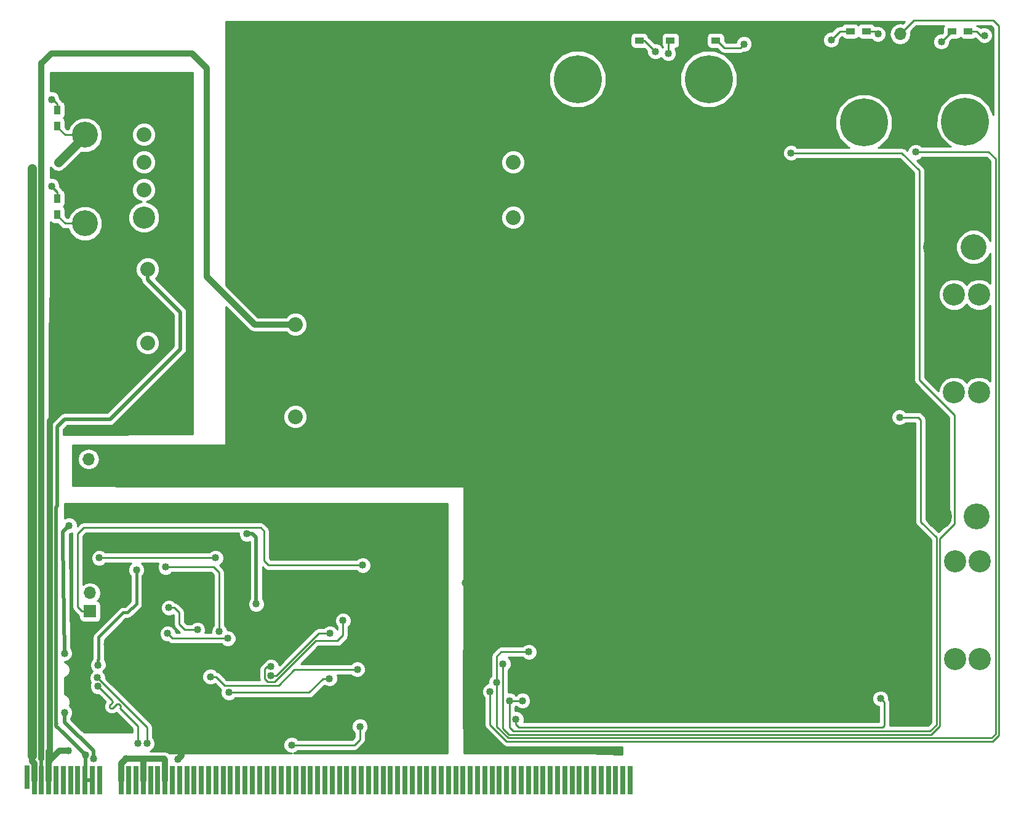
<source format=gbl>
G04 #@! TF.FileFunction,Copper,L2,Bot,Signal*
%FSLAX46Y46*%
G04 Gerber Fmt 4.6, Leading zero omitted, Abs format (unit mm)*
G04 Created by KiCad (PCBNEW 4.0.7) date 01/04/18 13:19:04*
%MOMM*%
%LPD*%
G01*
G04 APERTURE LIST*
%ADD10C,0.100000*%
%ADD11R,0.701040X4.000500*%
%ADD12R,0.701040X3.200400*%
%ADD13C,2.032000*%
%ADD14C,3.048000*%
%ADD15R,0.900000X1.200000*%
%ADD16R,1.700000X1.700000*%
%ADD17O,1.700000X1.700000*%
%ADD18C,3.556000*%
%ADD19C,6.604000*%
%ADD20R,1.200000X0.900000*%
%ADD21C,1.016000*%
%ADD22C,0.812800*%
%ADD23C,0.381000*%
%ADD24C,0.508000*%
%ADD25C,0.254000*%
%ADD26C,1.270000*%
G04 APERTURE END LIST*
D10*
D11*
X64467740Y-138176000D03*
X65465960Y-138176000D03*
X66466720Y-138176000D03*
X67467480Y-138176000D03*
X68465700Y-138176000D03*
X69466460Y-138176000D03*
X70467220Y-138176000D03*
X61465460Y-138176000D03*
D12*
X51465480Y-137777220D03*
D11*
X52466240Y-138176000D03*
X53467000Y-138176000D03*
X54467760Y-138176000D03*
X55465980Y-138176000D03*
X56466740Y-138176000D03*
X57467500Y-138176000D03*
X58465720Y-138176000D03*
X59466480Y-138176000D03*
X60467240Y-138176000D03*
X71465440Y-138176000D03*
X72466200Y-138176000D03*
X73466960Y-138176000D03*
X74467720Y-138176000D03*
X75465940Y-138176000D03*
X76466700Y-138176000D03*
X77467460Y-138176000D03*
X78465680Y-138176000D03*
X79466440Y-138176000D03*
X80467200Y-138176000D03*
X81465420Y-138176000D03*
X82466180Y-138176000D03*
X83466940Y-138176000D03*
X84467700Y-138176000D03*
X85465920Y-138176000D03*
X86466680Y-138176000D03*
X87467440Y-138176000D03*
X88465660Y-138176000D03*
X89466420Y-138176000D03*
X90467180Y-138176000D03*
X91465400Y-138176000D03*
X92466160Y-138176000D03*
X93466920Y-138176000D03*
X94467680Y-138176000D03*
X95465900Y-138176000D03*
X96466660Y-138176000D03*
X97467420Y-138176000D03*
X98465640Y-138176000D03*
X99466400Y-138176000D03*
X100467160Y-138176000D03*
X101465380Y-138176000D03*
X102466140Y-138176000D03*
X103466900Y-138176000D03*
X104467660Y-138176000D03*
X105465880Y-138176000D03*
X106466640Y-138176000D03*
X107467400Y-138176000D03*
X108465620Y-138176000D03*
X109466380Y-138176000D03*
X110467140Y-138176000D03*
X111465360Y-138176000D03*
X112466120Y-138176000D03*
X113466880Y-138176000D03*
X114467640Y-138176000D03*
X115465860Y-138176000D03*
X116466620Y-138176000D03*
X117467380Y-138176000D03*
X118465600Y-138176000D03*
X119466360Y-138176000D03*
X120467120Y-138176000D03*
X121465340Y-138176000D03*
X122466100Y-138176000D03*
X123466860Y-138176000D03*
X124467620Y-138176000D03*
X125465840Y-138176000D03*
X126466600Y-138176000D03*
X127467360Y-138176000D03*
X128465580Y-138176000D03*
X129466340Y-138176000D03*
X130467100Y-138176000D03*
X131467860Y-138176000D03*
X132466080Y-138176000D03*
X133466840Y-138176000D03*
X134467600Y-138176000D03*
D13*
X88392000Y-75438000D03*
X88392000Y-80518000D03*
X68072000Y-67818000D03*
X68072000Y-77978000D03*
X68072000Y-88138000D03*
X88392000Y-88138000D03*
D14*
X67564000Y-60706000D03*
D13*
X67564000Y-56896000D03*
X67564000Y-53086000D03*
X67564000Y-49276000D03*
D14*
X67564000Y-45466000D03*
D13*
X118364000Y-45466000D03*
X118364000Y-53086000D03*
X118364000Y-60706000D03*
X118364000Y-60706000D03*
X118364000Y-53086000D03*
X118364000Y-45466000D03*
D14*
X67564000Y-45466000D03*
D13*
X67564000Y-49276000D03*
X67564000Y-53086000D03*
X67564000Y-56896000D03*
D14*
X67564000Y-60706000D03*
D15*
X55626000Y-45890000D03*
X55626000Y-48090000D03*
X55626000Y-58082000D03*
X55626000Y-60282000D03*
D16*
X59944000Y-96520000D03*
D17*
X59944000Y-93980000D03*
D16*
X174142400Y-35433000D03*
D17*
X171602400Y-35433000D03*
D18*
X59436000Y-44196000D03*
X59436000Y-49326800D03*
X59436000Y-56388000D03*
X59436000Y-61518800D03*
D14*
X179034440Y-84769960D03*
X182438040Y-84769960D03*
X182438040Y-71307960D03*
X179034440Y-71307960D03*
X179158900Y-121475500D03*
X182562500Y-121475500D03*
X182562500Y-108013500D03*
X179158900Y-108013500D03*
D16*
X60134500Y-114935000D03*
D17*
X60134500Y-112395000D03*
D19*
X180517800Y-47472600D03*
X180517800Y-40309800D03*
D18*
X176560480Y-64759840D03*
X181691280Y-64759840D03*
X176974500Y-101854000D03*
X182105300Y-101854000D03*
D19*
X166608760Y-47619920D03*
X166608760Y-40457120D03*
X145262600Y-41656000D03*
X152425400Y-41656000D03*
X127228600Y-41656000D03*
X134391400Y-41656000D03*
D20*
X178757400Y-35052000D03*
X180957400Y-35052000D03*
X139997000Y-36322000D03*
X142197000Y-36322000D03*
X135720000Y-36322000D03*
X133520000Y-36322000D03*
X164736600Y-35052000D03*
X166936600Y-35052000D03*
X146220000Y-36322000D03*
X148420000Y-36322000D03*
D21*
X62458600Y-119494300D03*
X72263000Y-135331200D03*
X68936580Y-114330315D03*
X81026000Y-131572000D03*
X74803000Y-100584000D03*
X81407000Y-101981000D03*
X79121000Y-122809000D03*
X81407000Y-123317000D03*
X61615500Y-105603000D03*
X74676000Y-121285000D03*
X76200000Y-125857000D03*
X95123000Y-124206000D03*
X108839000Y-110998000D03*
X108966000Y-116078000D03*
X104775000Y-124714000D03*
X104775000Y-129921000D03*
X101092000Y-124333000D03*
X96901000Y-120015000D03*
X89535000Y-118491000D03*
X94869000Y-114300000D03*
X89662000Y-114808000D03*
X66522600Y-109232700D03*
X61226700Y-122326400D03*
X56616610Y-128879600D03*
X56616610Y-120726200D03*
X60655200Y-135229600D03*
X57251600Y-103124000D03*
X81724500Y-104267000D03*
X82994500Y-113919000D03*
X93154500Y-117983000D03*
X85026500Y-123825000D03*
X93091000Y-124206000D03*
X79248000Y-126111000D03*
X85026500Y-122555000D03*
X94932500Y-116205000D03*
X77406500Y-107569000D03*
X61404500Y-107569000D03*
X97282000Y-130810000D03*
X87884000Y-133350000D03*
X76708000Y-123952000D03*
X96911000Y-122936000D03*
X172974000Y-64770000D03*
X135890000Y-51816000D03*
X153543000Y-53721000D03*
X182499000Y-62103000D03*
X115824000Y-116078000D03*
X111760000Y-110998000D03*
X113538000Y-132588000D03*
X52146200Y-134835900D03*
X52146200Y-53911500D03*
X55778400Y-53086000D03*
X57124600Y-134112000D03*
X65151000Y-135255000D03*
X55499000Y-62103000D03*
X59486800Y-134721600D03*
X183184800Y-35636200D03*
X168542013Y-35416858D03*
X54864000Y-44450000D03*
X54864000Y-56388000D03*
X115189000Y-125984000D03*
X120523000Y-120523000D03*
X116078000Y-124714000D03*
X173736000Y-51689000D03*
X119634000Y-127254000D03*
X117856000Y-127254000D03*
X171513500Y-88201500D03*
X118745000Y-129794000D03*
X168910000Y-126936500D03*
X116967000Y-122174000D03*
X156591000Y-51816000D03*
X70993000Y-114427000D03*
X74930000Y-117475000D03*
X70802500Y-117983000D03*
X79088300Y-118668800D03*
X70548500Y-108839000D03*
X77914500Y-117729000D03*
X139700000Y-38100000D03*
X137922000Y-37846000D03*
X150114000Y-36830000D03*
X97663000Y-108585000D03*
X177266600Y-36499800D03*
X162102800Y-36245800D03*
X61226700Y-125247400D03*
X66738500Y-133134100D03*
X61175392Y-124080125D03*
X67983100Y-133146800D03*
D22*
X72263000Y-135331200D02*
X72770999Y-134823201D01*
X72770999Y-134823201D02*
X72770999Y-133565899D01*
D23*
X66522600Y-113893600D02*
X66522600Y-109232700D01*
X65303400Y-115112800D02*
X66522600Y-113893600D01*
X64719200Y-115112800D02*
X65303400Y-115112800D01*
X61327401Y-118504599D02*
X64719200Y-115112800D01*
X61226700Y-122326400D02*
X61226700Y-121607980D01*
X61226700Y-121607980D02*
X61327401Y-121507279D01*
X61327401Y-121507279D02*
X61327401Y-118504599D01*
D24*
X56616610Y-130213110D02*
X58559700Y-132156200D01*
X58559700Y-132156200D02*
X58681114Y-132156200D01*
X56616610Y-128879600D02*
X56616610Y-130213110D01*
X56400700Y-105410000D02*
X56616610Y-120726200D01*
X56400700Y-120726200D02*
X56616610Y-120726200D01*
X60655200Y-134130286D02*
X60655200Y-135229600D01*
X58681114Y-132156200D02*
X60655200Y-134130286D01*
X56400700Y-103974900D02*
X56400700Y-105410000D01*
X56400700Y-105410000D02*
X56362620Y-105448080D01*
X57251600Y-103124000D02*
X56400700Y-103974900D01*
X82994500Y-104775000D02*
X82994500Y-113919000D01*
X81724500Y-104267000D02*
X82486500Y-104267000D01*
X82486500Y-104267000D02*
X82994500Y-104775000D01*
D25*
X91586920Y-117983000D02*
X93154500Y-117983000D01*
X85026500Y-123825000D02*
X85744920Y-123825000D01*
X85744920Y-123825000D02*
X91586920Y-117983000D01*
X90297000Y-126111000D02*
X92202000Y-124206000D01*
X92202000Y-124206000D02*
X93091000Y-124206000D01*
X79248000Y-126111000D02*
X90297000Y-126111000D01*
X84188299Y-122885201D02*
X84518500Y-122555000D01*
X84518500Y-122555000D02*
X85026500Y-122555000D01*
X91217512Y-118999000D02*
X85553311Y-124663201D01*
X85553311Y-124663201D02*
X84624163Y-124663201D01*
X84624163Y-124663201D02*
X84188299Y-124227337D01*
X84188299Y-124227337D02*
X84188299Y-122885201D01*
X91376500Y-118999000D02*
X91217512Y-118999000D01*
X94170500Y-118999000D02*
X91376500Y-118999000D01*
X94932500Y-118237000D02*
X94170500Y-118999000D01*
X94932500Y-116923420D02*
X94932500Y-118237000D01*
X94932500Y-116205000D02*
X94932500Y-116923420D01*
X77152500Y-107569000D02*
X77406500Y-107569000D01*
X61404500Y-107569000D02*
X77152500Y-107569000D01*
X97282000Y-132588000D02*
X97282000Y-130810000D01*
X96520000Y-133350000D02*
X97282000Y-132588000D01*
X87884000Y-133350000D02*
X96520000Y-133350000D01*
X78638411Y-125120411D02*
X77470000Y-123952000D01*
X77470000Y-123952000D02*
X76708000Y-123952000D01*
X88265000Y-122936000D02*
X86080589Y-125120411D01*
X86080589Y-125120411D02*
X78638411Y-125120411D01*
X96911000Y-122936000D02*
X88265000Y-122936000D01*
D24*
X53467000Y-135255000D02*
X53467000Y-133350000D01*
X53467000Y-135667750D02*
X53467000Y-135255000D01*
D22*
X53467000Y-39497000D02*
X54864000Y-38100000D01*
X53467000Y-135255000D02*
X53467000Y-39497000D01*
D24*
X53467000Y-138176000D02*
X53467000Y-135667750D01*
D22*
X88392000Y-75438000D02*
X82804000Y-75438000D01*
X82804000Y-75438000D02*
X76200000Y-68834000D01*
X76200000Y-68834000D02*
X76200000Y-40132000D01*
X76200000Y-40132000D02*
X74168000Y-38100000D01*
X74168000Y-38100000D02*
X54864000Y-38100000D01*
D23*
X58597800Y-96520000D02*
X59944000Y-96520000D01*
D22*
X52146200Y-134835900D02*
X52146200Y-135554320D01*
X52146200Y-135554320D02*
X52466240Y-135874360D01*
X52466240Y-135874360D02*
X52466240Y-138176000D01*
D26*
X52146200Y-130543300D02*
X52146200Y-134835900D01*
X52146200Y-88353900D02*
X52146200Y-130543300D01*
X52146200Y-53911500D02*
X52146200Y-88353900D01*
X59436000Y-49326800D02*
X59436000Y-49428400D01*
X59436000Y-49428400D02*
X55778400Y-53086000D01*
D25*
X59436000Y-49326800D02*
X56712800Y-49326800D01*
X56712800Y-49326800D02*
X55626000Y-48240000D01*
X55626000Y-48240000D02*
X55626000Y-48090000D01*
D22*
X54483010Y-134223750D02*
X54483010Y-135559800D01*
X54483010Y-135559800D02*
X54483010Y-138160750D01*
X57124600Y-134112000D02*
X55930810Y-134112000D01*
X55930810Y-134112000D02*
X54483010Y-135559800D01*
X54584600Y-110337600D02*
X54584600Y-135102600D01*
X54584600Y-135102600D02*
X54584600Y-135520430D01*
X54584600Y-88760300D02*
X54864000Y-88480900D01*
X54584600Y-90652600D02*
X54584600Y-88760300D01*
X54584600Y-135520430D02*
X54467760Y-135637270D01*
X54467760Y-135637270D02*
X54467760Y-138176000D01*
D24*
X54467760Y-134556500D02*
X54467760Y-138176000D01*
X54467760Y-134239000D02*
X54467760Y-134556500D01*
X54467760Y-134556500D02*
X54467760Y-125511560D01*
X54467760Y-125511560D02*
X54584600Y-125394720D01*
X54584600Y-125394720D02*
X54584600Y-110337600D01*
D22*
X67359530Y-135255000D02*
X70359270Y-135255000D01*
X70359270Y-135255000D02*
X70467220Y-135362950D01*
X70467220Y-135362950D02*
X70467220Y-138176000D01*
X65151000Y-135255000D02*
X67359530Y-135255000D01*
X67359530Y-135255000D02*
X67467480Y-135362950D01*
X67467480Y-135362950D02*
X67467480Y-138176000D01*
X65151000Y-135255000D02*
X64467740Y-135938260D01*
X64467740Y-135938260D02*
X64467740Y-138176000D01*
X54483010Y-138160750D02*
X54467760Y-138176000D01*
X54584600Y-110337600D02*
X54584600Y-90652600D01*
D24*
X68005960Y-135255000D02*
X70054470Y-135255000D01*
X70054470Y-135255000D02*
X70467220Y-135667750D01*
X70467220Y-135667750D02*
X70467220Y-138176000D01*
X67467480Y-135667750D02*
X67593210Y-135667750D01*
X67593210Y-135667750D02*
X68005960Y-135255000D01*
X65151000Y-135255000D02*
X67054730Y-135255000D01*
X67054730Y-135255000D02*
X67467480Y-135667750D01*
X67467480Y-135667750D02*
X67467480Y-138176000D01*
D25*
X54467760Y-134239000D02*
X54467760Y-134112000D01*
X68005960Y-135255000D02*
X67467480Y-135793480D01*
X66929000Y-135255000D02*
X67467480Y-135793480D01*
X67467480Y-135793480D02*
X67467480Y-138176000D01*
X65134490Y-135255000D02*
X66929000Y-135255000D01*
X64467740Y-138176000D02*
X64467740Y-135921750D01*
X64467740Y-135921750D02*
X65134490Y-135255000D01*
D24*
X56438809Y-131673609D02*
X59486800Y-134721600D01*
X55477599Y-130305999D02*
X55477599Y-130712399D01*
X55477599Y-130712399D02*
X56438809Y-131673609D01*
X68072000Y-67818000D02*
X68072000Y-69254840D01*
X62877700Y-88480900D02*
X56654700Y-88480900D01*
X68072000Y-69254840D02*
X72555100Y-73737940D01*
X72555100Y-73737940D02*
X72555100Y-78803500D01*
X72555100Y-78803500D02*
X62877700Y-88480900D01*
X56654700Y-88480900D02*
X55613300Y-89522300D01*
X55613300Y-89522300D02*
X55613300Y-100469700D01*
X55613300Y-100469700D02*
X55477599Y-100605401D01*
X55477599Y-100605401D02*
X55477599Y-130305999D01*
X55477599Y-130305999D02*
X55549810Y-130378210D01*
X59486800Y-134721600D02*
X59486800Y-138155680D01*
X59486800Y-138155680D02*
X59466480Y-138176000D01*
D25*
X59436000Y-61518800D02*
X56712800Y-61518800D01*
X56712800Y-61518800D02*
X55626000Y-60432000D01*
X55626000Y-60432000D02*
X55626000Y-60282000D01*
D24*
X60467240Y-138176000D02*
X59466480Y-138176000D01*
D25*
X182702200Y-35636200D02*
X183184800Y-35636200D01*
X182118000Y-35052000D02*
X182702200Y-35636200D01*
X180957400Y-35052000D02*
X182118000Y-35052000D01*
X166936600Y-35052000D02*
X168177155Y-35052000D01*
X168177155Y-35052000D02*
X168542013Y-35416858D01*
X55040000Y-44450000D02*
X54864000Y-44450000D01*
X55626000Y-45890000D02*
X55626000Y-45036000D01*
X55626000Y-45036000D02*
X55040000Y-44450000D01*
X55626000Y-58082000D02*
X55626000Y-57150000D01*
X55626000Y-57150000D02*
X54864000Y-56388000D01*
X55118000Y-56720000D02*
X55040000Y-56642000D01*
X55626000Y-58082000D02*
X55626000Y-57228000D01*
X55626000Y-57228000D02*
X55118000Y-56720000D01*
X184404000Y-33528000D02*
X173507400Y-33528000D01*
X173507400Y-33528000D02*
X171602400Y-35433000D01*
X121031000Y-132842000D02*
X117463407Y-132841999D01*
X117463407Y-132841999D02*
X115189000Y-130567592D01*
X115189000Y-130567592D02*
X115189000Y-125984000D01*
X121031000Y-132842000D02*
X184340500Y-132842000D01*
X184340500Y-132842000D02*
X185166000Y-132016500D01*
X185166000Y-132016500D02*
X185166000Y-34290000D01*
X185166000Y-34290000D02*
X184404000Y-33528000D01*
X116713000Y-120523000D02*
X116078000Y-121158000D01*
X116078000Y-121158000D02*
X116078000Y-124714000D01*
X120523000Y-120523000D02*
X116713000Y-120523000D01*
X116078000Y-125686420D02*
X116078000Y-126365000D01*
X116078000Y-126365000D02*
X116078000Y-130810000D01*
X116078000Y-124714000D02*
X116078000Y-126365000D01*
X121843790Y-132384790D02*
X122047000Y-132384790D01*
X122047000Y-132384790D02*
X151828500Y-132384790D01*
X116078000Y-130810000D02*
X117652790Y-132384790D01*
X117652790Y-132384790D02*
X122047000Y-132384790D01*
X184708790Y-52628790D02*
X183769000Y-51689000D01*
X183769000Y-51689000D02*
X173736000Y-51689000D01*
X184708790Y-73152000D02*
X184708790Y-52628790D01*
X184708790Y-94729290D02*
X184708790Y-73152000D01*
X184708790Y-113919000D02*
X184708790Y-94729290D01*
X184708790Y-128333500D02*
X184708790Y-113919000D01*
X184708790Y-131827118D02*
X184708790Y-128333500D01*
X184151118Y-132384790D02*
X184708790Y-131827118D01*
X176720500Y-132384790D02*
X184151118Y-132384790D01*
X151828500Y-132384790D02*
X176720500Y-132384790D01*
X117856000Y-127254000D02*
X119634000Y-127254000D01*
X117856000Y-127254000D02*
X117856000Y-130937000D01*
X117856000Y-130937000D02*
X118364000Y-131445000D01*
X164287210Y-131432290D02*
X175717210Y-131432290D01*
X174053500Y-88201500D02*
X173926500Y-88201500D01*
X118364000Y-131445000D02*
X164274500Y-131445000D01*
X164274500Y-131445000D02*
X164287210Y-131432290D01*
X175717210Y-131432290D02*
X176593500Y-130556000D01*
X174434500Y-102616000D02*
X174434500Y-88582500D01*
X176593500Y-130556000D02*
X176593500Y-104775000D01*
X176593500Y-104775000D02*
X174434500Y-102616000D01*
X174434500Y-88582500D02*
X174053500Y-88201500D01*
X173926500Y-88201500D02*
X171513500Y-88201500D01*
X118745000Y-129794000D02*
X118745000Y-130512420D01*
X118745000Y-130512420D02*
X119169580Y-130937000D01*
X119169580Y-130937000D02*
X169164000Y-130937000D01*
X169164000Y-130937000D02*
X169418000Y-130683000D01*
X169418000Y-130683000D02*
X169418000Y-128587500D01*
X168910000Y-126936500D02*
X169417999Y-127444499D01*
X169417999Y-127444499D02*
X169418000Y-128460500D01*
X169418000Y-128460500D02*
X169418000Y-128587500D01*
X169418000Y-127952500D02*
X169418000Y-128587500D01*
X121297710Y-131902210D02*
X121539000Y-131902210D01*
X116967000Y-131052408D02*
X117816802Y-131902210D01*
X121539000Y-131902210D02*
X129552710Y-131902210D01*
X116967000Y-122174000D02*
X116967000Y-131052408D01*
X117816802Y-131902210D02*
X121539000Y-131902210D01*
X174244000Y-54229000D02*
X171831000Y-51816000D01*
X171831000Y-51816000D02*
X156591000Y-51816000D01*
X174244000Y-83058000D02*
X174244000Y-54229000D01*
X179082701Y-87896701D02*
X174244000Y-83058000D01*
X177050710Y-104889290D02*
X179082701Y-102857299D01*
X179082701Y-102857299D02*
X179082701Y-87896701D01*
X177050710Y-107378500D02*
X177050710Y-104889290D01*
X177050710Y-116776500D02*
X177050710Y-107378500D01*
X177050710Y-130745382D02*
X177050710Y-116776500D01*
X175893882Y-131902210D02*
X177050710Y-130745382D01*
X164463882Y-131902210D02*
X175893882Y-131902210D01*
X129552710Y-131902210D02*
X164463882Y-131902210D01*
X164463882Y-131902210D02*
X164476592Y-131889500D01*
X72390000Y-116713000D02*
X73132080Y-117455080D01*
X73132080Y-117455080D02*
X73132080Y-117475000D01*
X72390000Y-115062000D02*
X72390000Y-116713000D01*
X71755000Y-114427000D02*
X72390000Y-115062000D01*
X70993000Y-114427000D02*
X71755000Y-114427000D01*
X74930000Y-117475000D02*
X73132080Y-117475000D01*
X71488300Y-118668800D02*
X70802500Y-117983000D01*
X79088300Y-118668800D02*
X71488300Y-118668800D01*
X77152500Y-108839000D02*
X70548500Y-108839000D01*
X77914500Y-109601000D02*
X77152500Y-108839000D01*
X77914500Y-110363000D02*
X77914500Y-109601000D01*
X77914500Y-117729000D02*
X77914500Y-110363000D01*
X139700000Y-38100000D02*
X139700000Y-36619000D01*
X139700000Y-36619000D02*
X139997000Y-36322000D01*
X137922000Y-37846000D02*
X136398000Y-36322000D01*
X136398000Y-36322000D02*
X135720000Y-36322000D01*
X150114000Y-36830000D02*
X149606001Y-37337999D01*
X149606001Y-37337999D02*
X147385999Y-37337999D01*
X147385999Y-37337999D02*
X146370000Y-36322000D01*
X146370000Y-36322000D02*
X146220000Y-36322000D01*
X146624000Y-36322000D02*
X146474000Y-36322000D01*
X97663000Y-108585000D02*
X84709000Y-108585000D01*
X84074000Y-103886000D02*
X83616799Y-103428799D01*
X84709000Y-108585000D02*
X84074000Y-107950000D01*
X84074000Y-107950000D02*
X84074000Y-103886000D01*
X83616799Y-103428799D02*
X59258201Y-103428799D01*
X58420000Y-104267000D02*
X58420000Y-114324500D01*
X59258201Y-103428799D02*
X58420000Y-104267000D01*
X58420000Y-114324500D02*
X59030500Y-114935000D01*
X59030500Y-114935000D02*
X60134500Y-114935000D01*
X177266600Y-36499800D02*
X177309600Y-36499800D01*
X177309600Y-36499800D02*
X178757400Y-35052000D01*
X162102800Y-36245800D02*
X163296600Y-35052000D01*
X163296600Y-35052000D02*
X164736600Y-35052000D01*
X63764791Y-127785491D02*
X63318986Y-128231297D01*
X66738500Y-133134100D02*
X66738500Y-130759200D01*
X64352991Y-128051724D02*
X64352991Y-128020321D01*
X64034010Y-127677714D02*
X64003395Y-127670726D01*
X66738500Y-130759200D02*
X64312800Y-128333500D01*
X64346003Y-128082338D02*
X64352991Y-128051724D01*
X63318986Y-128231297D02*
X63266463Y-128273181D01*
X64312800Y-128333500D02*
X64293221Y-128308948D01*
X64279596Y-128188025D02*
X64293221Y-128159733D01*
X63913087Y-127691339D02*
X63888535Y-127710917D01*
X63266463Y-128273181D02*
X63205937Y-128302329D01*
X63888535Y-127710917D02*
X63789376Y-127810075D01*
X64272608Y-128250042D02*
X64272608Y-128218639D01*
X64346003Y-127989707D02*
X64332378Y-127961415D01*
X64293221Y-128308948D02*
X64279596Y-128280656D01*
X64352991Y-128020321D02*
X64346003Y-127989707D01*
X64279596Y-128280656D02*
X64272608Y-128250042D01*
X64272608Y-128218639D02*
X64279596Y-128188025D01*
X63789376Y-127810075D02*
X63764791Y-127785491D01*
X64293221Y-128159733D02*
X64332378Y-128110630D01*
X63007769Y-128302329D02*
X62947243Y-128273181D01*
X64332378Y-128110630D02*
X64346003Y-128082338D01*
X64332378Y-127961415D02*
X64312800Y-127936864D01*
X63073265Y-128317278D02*
X63007769Y-128302329D01*
X62823688Y-127920080D02*
X62852836Y-127859555D01*
X63941379Y-127677714D02*
X63913087Y-127691339D01*
X64312800Y-127936864D02*
X64086853Y-127710917D01*
X63140443Y-128317278D02*
X63073265Y-128317278D01*
X64086853Y-127710917D02*
X64062302Y-127691339D01*
X64062302Y-127691339D02*
X64034010Y-127677714D01*
X64003395Y-127670726D02*
X63971993Y-127670726D01*
X63971993Y-127670726D02*
X63941379Y-127677714D01*
X63199427Y-127262141D02*
X63170280Y-127201617D01*
X63205937Y-128302329D02*
X63140443Y-128317278D01*
X62947243Y-128273181D02*
X62894722Y-128231297D01*
X62894722Y-128231297D02*
X62852835Y-128178773D01*
X62852835Y-128178773D02*
X62823689Y-128118248D01*
X62823689Y-128118248D02*
X62808739Y-128052753D01*
X62808739Y-128052753D02*
X62808740Y-127985575D01*
X63128395Y-127149094D02*
X62237653Y-126258353D01*
X62808740Y-127985575D02*
X62823688Y-127920080D01*
X62852836Y-127859555D02*
X62894721Y-127807031D01*
X62894721Y-127807031D02*
X63128395Y-127573358D01*
X63128395Y-127573358D02*
X63170279Y-127520835D01*
X63170279Y-127520835D02*
X63199427Y-127460309D01*
X63199427Y-127460309D02*
X63214376Y-127394815D01*
X63214376Y-127394815D02*
X63214376Y-127327637D01*
X63214376Y-127327637D02*
X63199427Y-127262141D01*
X63170280Y-127201617D02*
X63128395Y-127149094D01*
X62237653Y-126258353D02*
X61226700Y-125247400D01*
X61175392Y-124080125D02*
X67983100Y-130887833D01*
X67983100Y-130887833D02*
X67983100Y-133146800D01*
G36*
X109347000Y-134493000D02*
X88110838Y-134493000D01*
X88530612Y-134319554D01*
X88738528Y-134112000D01*
X96520000Y-134112000D01*
X96811605Y-134053996D01*
X97058815Y-133888815D01*
X97820816Y-133126815D01*
X97928100Y-132966252D01*
X97985996Y-132879605D01*
X98044000Y-132588000D01*
X98044000Y-131664367D01*
X98250423Y-131458303D01*
X98424801Y-131038354D01*
X98425198Y-130583641D01*
X98251554Y-130163388D01*
X97930303Y-129841577D01*
X97510354Y-129667199D01*
X97055641Y-129666802D01*
X96635388Y-129840446D01*
X96313577Y-130161697D01*
X96139199Y-130581646D01*
X96138802Y-131036359D01*
X96312446Y-131456612D01*
X96520000Y-131664528D01*
X96520000Y-132272369D01*
X96204370Y-132588000D01*
X88738367Y-132588000D01*
X88532303Y-132381577D01*
X88112354Y-132207199D01*
X87657641Y-132206802D01*
X87237388Y-132380446D01*
X86915577Y-132701697D01*
X86741199Y-133121646D01*
X86740802Y-133576359D01*
X86914446Y-133996612D01*
X87235697Y-134318423D01*
X87655646Y-134492801D01*
X87883575Y-134493000D01*
X71057310Y-134493000D01*
X71057012Y-134492801D01*
X70757797Y-134292872D01*
X70359270Y-134213600D01*
X68394357Y-134213600D01*
X68629712Y-134116354D01*
X68951523Y-133795103D01*
X69125901Y-133375154D01*
X69126298Y-132920441D01*
X68952654Y-132500188D01*
X68745100Y-132292272D01*
X68745100Y-130887833D01*
X68687096Y-130596228D01*
X68521915Y-130349018D01*
X62351256Y-124178359D01*
X75564802Y-124178359D01*
X75738446Y-124598612D01*
X76059697Y-124920423D01*
X76479646Y-125094801D01*
X76934359Y-125095198D01*
X77354612Y-124921554D01*
X77358271Y-124917901D01*
X78099596Y-125659227D01*
X78176605Y-125710682D01*
X78105199Y-125882646D01*
X78104802Y-126337359D01*
X78278446Y-126757612D01*
X78599697Y-127079423D01*
X79019646Y-127253801D01*
X79474359Y-127254198D01*
X79894612Y-127080554D01*
X80102528Y-126873000D01*
X90297000Y-126873000D01*
X90588605Y-126814996D01*
X90835815Y-126649815D01*
X92377009Y-125108621D01*
X92442697Y-125174423D01*
X92862646Y-125348801D01*
X93317359Y-125349198D01*
X93737612Y-125175554D01*
X94059423Y-124854303D01*
X94233801Y-124434354D01*
X94234198Y-123979641D01*
X94117827Y-123698000D01*
X96056633Y-123698000D01*
X96262697Y-123904423D01*
X96682646Y-124078801D01*
X97137359Y-124079198D01*
X97557612Y-123905554D01*
X97879423Y-123584303D01*
X98053801Y-123164354D01*
X98054198Y-122709641D01*
X97880554Y-122289388D01*
X97559303Y-121967577D01*
X97139354Y-121793199D01*
X96684641Y-121792802D01*
X96264388Y-121966446D01*
X96056472Y-122174000D01*
X89120142Y-122174000D01*
X91533142Y-119761000D01*
X94170500Y-119761000D01*
X94462105Y-119702996D01*
X94709315Y-119537815D01*
X95471316Y-118775815D01*
X95580742Y-118612046D01*
X95636496Y-118528605D01*
X95694500Y-118237000D01*
X95694500Y-117059367D01*
X95900923Y-116853303D01*
X96075301Y-116433354D01*
X96075698Y-115978641D01*
X95902054Y-115558388D01*
X95580803Y-115236577D01*
X95160854Y-115062199D01*
X94706141Y-115061802D01*
X94285888Y-115235446D01*
X93964077Y-115556697D01*
X93789699Y-115976646D01*
X93789302Y-116431359D01*
X93962946Y-116851612D01*
X94170500Y-117059528D01*
X94170500Y-117448797D01*
X94124054Y-117336388D01*
X93802803Y-117014577D01*
X93382854Y-116840199D01*
X92928141Y-116839802D01*
X92507888Y-117013446D01*
X92299972Y-117221000D01*
X91586920Y-117221000D01*
X91295315Y-117279004D01*
X91211965Y-117334697D01*
X91048105Y-117444184D01*
X86167929Y-122324360D01*
X85996054Y-121908388D01*
X85674803Y-121586577D01*
X85254854Y-121412199D01*
X84800141Y-121411802D01*
X84379888Y-121585446D01*
X84058077Y-121906697D01*
X84025258Y-121985733D01*
X83979685Y-122016184D01*
X83649484Y-122346386D01*
X83484303Y-122593596D01*
X83426299Y-122885201D01*
X83426299Y-124227337D01*
X83452371Y-124358411D01*
X78954042Y-124358411D01*
X78008815Y-123413185D01*
X77953357Y-123376129D01*
X77761605Y-123248004D01*
X77585252Y-123212925D01*
X77356303Y-122983577D01*
X76936354Y-122809199D01*
X76481641Y-122808802D01*
X76061388Y-122982446D01*
X75739577Y-123303697D01*
X75565199Y-123723646D01*
X75564802Y-124178359D01*
X62351256Y-124178359D01*
X62318335Y-124145438D01*
X62318590Y-123853766D01*
X62144946Y-123433513D01*
X61940586Y-123228797D01*
X62195123Y-122974703D01*
X62369501Y-122554754D01*
X62369898Y-122100041D01*
X62196254Y-121679788D01*
X62131492Y-121614913D01*
X62152902Y-121507279D01*
X62152901Y-121507274D01*
X62152901Y-118846533D01*
X65061134Y-115938300D01*
X65303400Y-115938300D01*
X65619306Y-115875463D01*
X65887117Y-115696517D01*
X67106317Y-114477317D01*
X67285263Y-114209506D01*
X67348100Y-113893600D01*
X67348100Y-110023677D01*
X67491023Y-109881003D01*
X67665401Y-109461054D01*
X67665798Y-109006341D01*
X67492154Y-108586088D01*
X67237510Y-108331000D01*
X69521818Y-108331000D01*
X69405699Y-108610646D01*
X69405302Y-109065359D01*
X69578946Y-109485612D01*
X69900197Y-109807423D01*
X70320146Y-109981801D01*
X70774859Y-109982198D01*
X71195112Y-109808554D01*
X71403028Y-109601000D01*
X76836870Y-109601000D01*
X77152500Y-109916631D01*
X77152500Y-116874633D01*
X76946077Y-117080697D01*
X76771699Y-117500646D01*
X76771344Y-117906800D01*
X75988323Y-117906800D01*
X76072801Y-117703354D01*
X76073198Y-117248641D01*
X75899554Y-116828388D01*
X75578303Y-116506577D01*
X75158354Y-116332199D01*
X74703641Y-116331802D01*
X74283388Y-116505446D01*
X74075472Y-116713000D01*
X73467631Y-116713000D01*
X73152000Y-116397370D01*
X73152000Y-115062000D01*
X73093996Y-114770395D01*
X73009137Y-114643395D01*
X72928816Y-114523185D01*
X72293815Y-113888185D01*
X72236193Y-113849683D01*
X72046605Y-113723004D01*
X71870252Y-113687925D01*
X71641303Y-113458577D01*
X71221354Y-113284199D01*
X70766641Y-113283802D01*
X70346388Y-113457446D01*
X70024577Y-113778697D01*
X69850199Y-114198646D01*
X69849802Y-114653359D01*
X70023446Y-115073612D01*
X70344697Y-115395423D01*
X70764646Y-115569801D01*
X71219359Y-115570198D01*
X71628000Y-115401352D01*
X71628000Y-116713000D01*
X71686004Y-117004605D01*
X71792158Y-117163475D01*
X71851185Y-117251815D01*
X72506169Y-117906800D01*
X71945567Y-117906800D01*
X71945698Y-117756641D01*
X71772054Y-117336388D01*
X71450803Y-117014577D01*
X71030854Y-116840199D01*
X70576141Y-116839802D01*
X70155888Y-117013446D01*
X69834077Y-117334697D01*
X69659699Y-117754646D01*
X69659302Y-118209359D01*
X69832946Y-118629612D01*
X70154197Y-118951423D01*
X70574146Y-119125801D01*
X70867927Y-119126057D01*
X70949485Y-119207616D01*
X71073686Y-119290604D01*
X71196695Y-119372796D01*
X71488300Y-119430800D01*
X78233933Y-119430800D01*
X78439997Y-119637223D01*
X78859946Y-119811601D01*
X79314659Y-119811998D01*
X79734912Y-119638354D01*
X80056723Y-119317103D01*
X80231101Y-118897154D01*
X80231498Y-118442441D01*
X80057854Y-118022188D01*
X79736603Y-117700377D01*
X79316654Y-117525999D01*
X79057678Y-117525773D01*
X79057698Y-117502641D01*
X78884054Y-117082388D01*
X78676500Y-116874472D01*
X78676500Y-109601000D01*
X78618496Y-109309395D01*
X78499032Y-109130605D01*
X78453316Y-109062185D01*
X77965772Y-108574642D01*
X78053112Y-108538554D01*
X78374923Y-108217303D01*
X78549301Y-107797354D01*
X78549698Y-107342641D01*
X78376054Y-106922388D01*
X78054803Y-106600577D01*
X77634854Y-106426199D01*
X77180141Y-106425802D01*
X76759888Y-106599446D01*
X76551972Y-106807000D01*
X62258867Y-106807000D01*
X62052803Y-106600577D01*
X61632854Y-106426199D01*
X61178141Y-106425802D01*
X60757888Y-106599446D01*
X60436077Y-106920697D01*
X60261699Y-107340646D01*
X60261302Y-107795359D01*
X60434946Y-108215612D01*
X60756197Y-108537423D01*
X61176146Y-108711801D01*
X61630859Y-108712198D01*
X62051112Y-108538554D01*
X62259028Y-108331000D01*
X65808016Y-108331000D01*
X65554177Y-108584397D01*
X65379799Y-109004346D01*
X65379402Y-109459059D01*
X65553046Y-109879312D01*
X65697100Y-110023617D01*
X65697100Y-113551666D01*
X64961466Y-114287300D01*
X64719200Y-114287300D01*
X64403294Y-114350137D01*
X64135483Y-114529083D01*
X60743684Y-117920882D01*
X60564738Y-118188693D01*
X60547649Y-118274605D01*
X60501901Y-118504599D01*
X60501901Y-121235407D01*
X60464037Y-121292074D01*
X60419208Y-121517446D01*
X60258277Y-121678097D01*
X60083899Y-122098046D01*
X60083502Y-122552759D01*
X60257146Y-122973012D01*
X60461506Y-123177728D01*
X60206969Y-123431822D01*
X60032591Y-123851771D01*
X60032194Y-124306484D01*
X60205558Y-124726059D01*
X60083899Y-125019046D01*
X60083502Y-125473759D01*
X60257146Y-125894012D01*
X60578397Y-126215823D01*
X60998346Y-126390201D01*
X61292127Y-126390457D01*
X61698837Y-126797168D01*
X62269966Y-127368297D01*
X62257072Y-127384466D01*
X62217779Y-127460529D01*
X62207585Y-127474073D01*
X62202226Y-127479140D01*
X62199959Y-127484206D01*
X62166301Y-127528929D01*
X62137153Y-127589454D01*
X62123165Y-127643679D01*
X62120613Y-127648619D01*
X62119992Y-127655977D01*
X62115764Y-127672369D01*
X62108849Y-127687822D01*
X62104748Y-127693960D01*
X62103664Y-127699411D01*
X62080791Y-127750528D01*
X62065843Y-127816023D01*
X62064274Y-127871972D01*
X62062887Y-127877348D01*
X62063918Y-127884653D01*
X62063443Y-127901598D01*
X62060134Y-127918234D01*
X62057503Y-127925126D01*
X62057659Y-127930676D01*
X62046740Y-127985564D01*
X62046739Y-128052742D01*
X62057664Y-128107669D01*
X62057508Y-128113224D01*
X62060140Y-128120120D01*
X62063444Y-128136729D01*
X62063919Y-128153652D01*
X62062887Y-128160960D01*
X62064275Y-128166342D01*
X62065847Y-128222327D01*
X62080797Y-128287822D01*
X62103656Y-128338905D01*
X62104739Y-128344348D01*
X62108836Y-128350479D01*
X62115764Y-128365962D01*
X62119997Y-128382371D01*
X62120617Y-128389726D01*
X62123166Y-128394661D01*
X62137145Y-128448855D01*
X62166291Y-128509380D01*
X62199969Y-128554132D01*
X62202240Y-128559207D01*
X62207606Y-128564280D01*
X62217778Y-128577797D01*
X62225563Y-128592865D01*
X62227802Y-128599891D01*
X62231383Y-128604132D01*
X62257082Y-128653876D01*
X62298969Y-128706400D01*
X62341734Y-128742511D01*
X62345069Y-128746943D01*
X62351417Y-128750688D01*
X62364385Y-128761638D01*
X62375313Y-128774579D01*
X62379062Y-128780935D01*
X62383501Y-128784275D01*
X62419623Y-128827053D01*
X62472145Y-128868937D01*
X62521886Y-128894634D01*
X62526132Y-128898219D01*
X62533165Y-128900461D01*
X62548212Y-128908234D01*
X62561754Y-128918425D01*
X62566822Y-128923786D01*
X62571891Y-128926054D01*
X62616622Y-128959718D01*
X62677148Y-128988866D01*
X62731361Y-129002851D01*
X62736296Y-129005400D01*
X62743648Y-129006020D01*
X62760054Y-129010252D01*
X62775526Y-129017176D01*
X62781660Y-129021274D01*
X62787106Y-129022357D01*
X62838208Y-129045224D01*
X62903704Y-129060173D01*
X62959665Y-129061743D01*
X62965042Y-129063130D01*
X62972347Y-129062099D01*
X62989289Y-129062574D01*
X63005917Y-129065882D01*
X63012808Y-129068512D01*
X63018358Y-129068356D01*
X63073265Y-129079278D01*
X63140443Y-129079278D01*
X63195355Y-129068355D01*
X63200905Y-129068511D01*
X63207796Y-129065881D01*
X63224421Y-129062574D01*
X63241358Y-129062098D01*
X63248665Y-129063130D01*
X63254044Y-129061742D01*
X63310009Y-129060172D01*
X63375502Y-129045223D01*
X63426601Y-129022358D01*
X63432048Y-129021274D01*
X63438183Y-129017175D01*
X63453655Y-129010252D01*
X63470042Y-129006024D01*
X63477397Y-129005404D01*
X63482335Y-129002853D01*
X63536558Y-128988866D01*
X63597084Y-128959718D01*
X63641816Y-128926054D01*
X63646888Y-128923784D01*
X63651959Y-128918420D01*
X63665487Y-128908239D01*
X63741550Y-128868946D01*
X63761242Y-128853243D01*
X63773985Y-128872315D01*
X65976500Y-131074830D01*
X65976500Y-131546633D01*
X59346558Y-131564408D01*
X59309732Y-131527582D01*
X59300181Y-131521200D01*
X59021320Y-131334871D01*
X58989222Y-131328486D01*
X57505610Y-129844874D01*
X57505610Y-129607188D01*
X57585033Y-129527903D01*
X57759411Y-129107954D01*
X57759808Y-128653241D01*
X57586164Y-128232988D01*
X57286267Y-127932568D01*
X57418811Y-127613367D01*
X57419188Y-127181727D01*
X57254354Y-126782800D01*
X56949405Y-126477318D01*
X56642000Y-126349672D01*
X56642000Y-124043309D01*
X56947800Y-123916954D01*
X57253282Y-123612005D01*
X57418811Y-123213367D01*
X57419188Y-122781727D01*
X57254354Y-122382800D01*
X56949405Y-122077318D01*
X56642000Y-121949672D01*
X56642000Y-121869223D01*
X56842969Y-121869398D01*
X57263222Y-121695754D01*
X57585033Y-121374503D01*
X57759411Y-120954554D01*
X57759808Y-120499841D01*
X57586164Y-120079588D01*
X57495300Y-119988566D01*
X57289700Y-105403712D01*
X57289700Y-104343136D01*
X57365736Y-104267100D01*
X57477959Y-104267198D01*
X57674079Y-104186163D01*
X57658000Y-104267000D01*
X57658000Y-114324500D01*
X57716004Y-114616105D01*
X57844225Y-114808000D01*
X57881185Y-114863315D01*
X58491684Y-115473815D01*
X58637060Y-115570952D01*
X58637060Y-115785000D01*
X58681338Y-116020317D01*
X58820410Y-116236441D01*
X59032610Y-116381431D01*
X59284500Y-116432440D01*
X60984500Y-116432440D01*
X61219817Y-116388162D01*
X61435941Y-116249090D01*
X61580931Y-116036890D01*
X61631940Y-115785000D01*
X61631940Y-114085000D01*
X61587662Y-113849683D01*
X61448590Y-113633559D01*
X61236390Y-113488569D01*
X61168959Y-113474914D01*
X61213647Y-113445054D01*
X61535554Y-112963285D01*
X61648593Y-112395000D01*
X61535554Y-111826715D01*
X61213647Y-111344946D01*
X60731878Y-111023039D01*
X60163593Y-110910000D01*
X60105407Y-110910000D01*
X59537122Y-111023039D01*
X59182000Y-111260323D01*
X59182000Y-104582630D01*
X59573832Y-104190799D01*
X80581566Y-104190799D01*
X80581302Y-104493359D01*
X80754946Y-104913612D01*
X81076197Y-105235423D01*
X81496146Y-105409801D01*
X81950859Y-105410198D01*
X82105500Y-105346302D01*
X82105500Y-113191412D01*
X82026077Y-113270697D01*
X81851699Y-113690646D01*
X81851302Y-114145359D01*
X82024946Y-114565612D01*
X82346197Y-114887423D01*
X82766146Y-115061801D01*
X83220859Y-115062198D01*
X83641112Y-114888554D01*
X83962923Y-114567303D01*
X84137301Y-114147354D01*
X84137698Y-113692641D01*
X83964054Y-113272388D01*
X83883500Y-113191694D01*
X83883500Y-108837131D01*
X84170185Y-109123816D01*
X84318377Y-109222834D01*
X84417395Y-109288996D01*
X84709000Y-109347000D01*
X96808633Y-109347000D01*
X97014697Y-109553423D01*
X97434646Y-109727801D01*
X97889359Y-109728198D01*
X98309612Y-109554554D01*
X98631423Y-109233303D01*
X98805801Y-108813354D01*
X98806198Y-108358641D01*
X98632554Y-107938388D01*
X98311303Y-107616577D01*
X97891354Y-107442199D01*
X97436641Y-107441802D01*
X97016388Y-107615446D01*
X96808472Y-107823000D01*
X85024631Y-107823000D01*
X84836000Y-107634370D01*
X84836000Y-103886000D01*
X84777996Y-103594395D01*
X84612815Y-103347185D01*
X84155614Y-102889984D01*
X83996691Y-102783795D01*
X83908404Y-102724803D01*
X83616799Y-102666799D01*
X59258201Y-102666799D01*
X58966596Y-102724803D01*
X58719385Y-102889984D01*
X58394521Y-103214848D01*
X58394798Y-102897641D01*
X58221154Y-102477388D01*
X57899903Y-102155577D01*
X57479954Y-101981199D01*
X57025241Y-101980802D01*
X56642000Y-102139153D01*
X56642000Y-100076000D01*
X109347000Y-100076000D01*
X109347000Y-134493000D01*
X109347000Y-134493000D01*
G37*
X109347000Y-134493000D02*
X88110838Y-134493000D01*
X88530612Y-134319554D01*
X88738528Y-134112000D01*
X96520000Y-134112000D01*
X96811605Y-134053996D01*
X97058815Y-133888815D01*
X97820816Y-133126815D01*
X97928100Y-132966252D01*
X97985996Y-132879605D01*
X98044000Y-132588000D01*
X98044000Y-131664367D01*
X98250423Y-131458303D01*
X98424801Y-131038354D01*
X98425198Y-130583641D01*
X98251554Y-130163388D01*
X97930303Y-129841577D01*
X97510354Y-129667199D01*
X97055641Y-129666802D01*
X96635388Y-129840446D01*
X96313577Y-130161697D01*
X96139199Y-130581646D01*
X96138802Y-131036359D01*
X96312446Y-131456612D01*
X96520000Y-131664528D01*
X96520000Y-132272369D01*
X96204370Y-132588000D01*
X88738367Y-132588000D01*
X88532303Y-132381577D01*
X88112354Y-132207199D01*
X87657641Y-132206802D01*
X87237388Y-132380446D01*
X86915577Y-132701697D01*
X86741199Y-133121646D01*
X86740802Y-133576359D01*
X86914446Y-133996612D01*
X87235697Y-134318423D01*
X87655646Y-134492801D01*
X87883575Y-134493000D01*
X71057310Y-134493000D01*
X71057012Y-134492801D01*
X70757797Y-134292872D01*
X70359270Y-134213600D01*
X68394357Y-134213600D01*
X68629712Y-134116354D01*
X68951523Y-133795103D01*
X69125901Y-133375154D01*
X69126298Y-132920441D01*
X68952654Y-132500188D01*
X68745100Y-132292272D01*
X68745100Y-130887833D01*
X68687096Y-130596228D01*
X68521915Y-130349018D01*
X62351256Y-124178359D01*
X75564802Y-124178359D01*
X75738446Y-124598612D01*
X76059697Y-124920423D01*
X76479646Y-125094801D01*
X76934359Y-125095198D01*
X77354612Y-124921554D01*
X77358271Y-124917901D01*
X78099596Y-125659227D01*
X78176605Y-125710682D01*
X78105199Y-125882646D01*
X78104802Y-126337359D01*
X78278446Y-126757612D01*
X78599697Y-127079423D01*
X79019646Y-127253801D01*
X79474359Y-127254198D01*
X79894612Y-127080554D01*
X80102528Y-126873000D01*
X90297000Y-126873000D01*
X90588605Y-126814996D01*
X90835815Y-126649815D01*
X92377009Y-125108621D01*
X92442697Y-125174423D01*
X92862646Y-125348801D01*
X93317359Y-125349198D01*
X93737612Y-125175554D01*
X94059423Y-124854303D01*
X94233801Y-124434354D01*
X94234198Y-123979641D01*
X94117827Y-123698000D01*
X96056633Y-123698000D01*
X96262697Y-123904423D01*
X96682646Y-124078801D01*
X97137359Y-124079198D01*
X97557612Y-123905554D01*
X97879423Y-123584303D01*
X98053801Y-123164354D01*
X98054198Y-122709641D01*
X97880554Y-122289388D01*
X97559303Y-121967577D01*
X97139354Y-121793199D01*
X96684641Y-121792802D01*
X96264388Y-121966446D01*
X96056472Y-122174000D01*
X89120142Y-122174000D01*
X91533142Y-119761000D01*
X94170500Y-119761000D01*
X94462105Y-119702996D01*
X94709315Y-119537815D01*
X95471316Y-118775815D01*
X95580742Y-118612046D01*
X95636496Y-118528605D01*
X95694500Y-118237000D01*
X95694500Y-117059367D01*
X95900923Y-116853303D01*
X96075301Y-116433354D01*
X96075698Y-115978641D01*
X95902054Y-115558388D01*
X95580803Y-115236577D01*
X95160854Y-115062199D01*
X94706141Y-115061802D01*
X94285888Y-115235446D01*
X93964077Y-115556697D01*
X93789699Y-115976646D01*
X93789302Y-116431359D01*
X93962946Y-116851612D01*
X94170500Y-117059528D01*
X94170500Y-117448797D01*
X94124054Y-117336388D01*
X93802803Y-117014577D01*
X93382854Y-116840199D01*
X92928141Y-116839802D01*
X92507888Y-117013446D01*
X92299972Y-117221000D01*
X91586920Y-117221000D01*
X91295315Y-117279004D01*
X91211965Y-117334697D01*
X91048105Y-117444184D01*
X86167929Y-122324360D01*
X85996054Y-121908388D01*
X85674803Y-121586577D01*
X85254854Y-121412199D01*
X84800141Y-121411802D01*
X84379888Y-121585446D01*
X84058077Y-121906697D01*
X84025258Y-121985733D01*
X83979685Y-122016184D01*
X83649484Y-122346386D01*
X83484303Y-122593596D01*
X83426299Y-122885201D01*
X83426299Y-124227337D01*
X83452371Y-124358411D01*
X78954042Y-124358411D01*
X78008815Y-123413185D01*
X77953357Y-123376129D01*
X77761605Y-123248004D01*
X77585252Y-123212925D01*
X77356303Y-122983577D01*
X76936354Y-122809199D01*
X76481641Y-122808802D01*
X76061388Y-122982446D01*
X75739577Y-123303697D01*
X75565199Y-123723646D01*
X75564802Y-124178359D01*
X62351256Y-124178359D01*
X62318335Y-124145438D01*
X62318590Y-123853766D01*
X62144946Y-123433513D01*
X61940586Y-123228797D01*
X62195123Y-122974703D01*
X62369501Y-122554754D01*
X62369898Y-122100041D01*
X62196254Y-121679788D01*
X62131492Y-121614913D01*
X62152902Y-121507279D01*
X62152901Y-121507274D01*
X62152901Y-118846533D01*
X65061134Y-115938300D01*
X65303400Y-115938300D01*
X65619306Y-115875463D01*
X65887117Y-115696517D01*
X67106317Y-114477317D01*
X67285263Y-114209506D01*
X67348100Y-113893600D01*
X67348100Y-110023677D01*
X67491023Y-109881003D01*
X67665401Y-109461054D01*
X67665798Y-109006341D01*
X67492154Y-108586088D01*
X67237510Y-108331000D01*
X69521818Y-108331000D01*
X69405699Y-108610646D01*
X69405302Y-109065359D01*
X69578946Y-109485612D01*
X69900197Y-109807423D01*
X70320146Y-109981801D01*
X70774859Y-109982198D01*
X71195112Y-109808554D01*
X71403028Y-109601000D01*
X76836870Y-109601000D01*
X77152500Y-109916631D01*
X77152500Y-116874633D01*
X76946077Y-117080697D01*
X76771699Y-117500646D01*
X76771344Y-117906800D01*
X75988323Y-117906800D01*
X76072801Y-117703354D01*
X76073198Y-117248641D01*
X75899554Y-116828388D01*
X75578303Y-116506577D01*
X75158354Y-116332199D01*
X74703641Y-116331802D01*
X74283388Y-116505446D01*
X74075472Y-116713000D01*
X73467631Y-116713000D01*
X73152000Y-116397370D01*
X73152000Y-115062000D01*
X73093996Y-114770395D01*
X73009137Y-114643395D01*
X72928816Y-114523185D01*
X72293815Y-113888185D01*
X72236193Y-113849683D01*
X72046605Y-113723004D01*
X71870252Y-113687925D01*
X71641303Y-113458577D01*
X71221354Y-113284199D01*
X70766641Y-113283802D01*
X70346388Y-113457446D01*
X70024577Y-113778697D01*
X69850199Y-114198646D01*
X69849802Y-114653359D01*
X70023446Y-115073612D01*
X70344697Y-115395423D01*
X70764646Y-115569801D01*
X71219359Y-115570198D01*
X71628000Y-115401352D01*
X71628000Y-116713000D01*
X71686004Y-117004605D01*
X71792158Y-117163475D01*
X71851185Y-117251815D01*
X72506169Y-117906800D01*
X71945567Y-117906800D01*
X71945698Y-117756641D01*
X71772054Y-117336388D01*
X71450803Y-117014577D01*
X71030854Y-116840199D01*
X70576141Y-116839802D01*
X70155888Y-117013446D01*
X69834077Y-117334697D01*
X69659699Y-117754646D01*
X69659302Y-118209359D01*
X69832946Y-118629612D01*
X70154197Y-118951423D01*
X70574146Y-119125801D01*
X70867927Y-119126057D01*
X70949485Y-119207616D01*
X71073686Y-119290604D01*
X71196695Y-119372796D01*
X71488300Y-119430800D01*
X78233933Y-119430800D01*
X78439997Y-119637223D01*
X78859946Y-119811601D01*
X79314659Y-119811998D01*
X79734912Y-119638354D01*
X80056723Y-119317103D01*
X80231101Y-118897154D01*
X80231498Y-118442441D01*
X80057854Y-118022188D01*
X79736603Y-117700377D01*
X79316654Y-117525999D01*
X79057678Y-117525773D01*
X79057698Y-117502641D01*
X78884054Y-117082388D01*
X78676500Y-116874472D01*
X78676500Y-109601000D01*
X78618496Y-109309395D01*
X78499032Y-109130605D01*
X78453316Y-109062185D01*
X77965772Y-108574642D01*
X78053112Y-108538554D01*
X78374923Y-108217303D01*
X78549301Y-107797354D01*
X78549698Y-107342641D01*
X78376054Y-106922388D01*
X78054803Y-106600577D01*
X77634854Y-106426199D01*
X77180141Y-106425802D01*
X76759888Y-106599446D01*
X76551972Y-106807000D01*
X62258867Y-106807000D01*
X62052803Y-106600577D01*
X61632854Y-106426199D01*
X61178141Y-106425802D01*
X60757888Y-106599446D01*
X60436077Y-106920697D01*
X60261699Y-107340646D01*
X60261302Y-107795359D01*
X60434946Y-108215612D01*
X60756197Y-108537423D01*
X61176146Y-108711801D01*
X61630859Y-108712198D01*
X62051112Y-108538554D01*
X62259028Y-108331000D01*
X65808016Y-108331000D01*
X65554177Y-108584397D01*
X65379799Y-109004346D01*
X65379402Y-109459059D01*
X65553046Y-109879312D01*
X65697100Y-110023617D01*
X65697100Y-113551666D01*
X64961466Y-114287300D01*
X64719200Y-114287300D01*
X64403294Y-114350137D01*
X64135483Y-114529083D01*
X60743684Y-117920882D01*
X60564738Y-118188693D01*
X60547649Y-118274605D01*
X60501901Y-118504599D01*
X60501901Y-121235407D01*
X60464037Y-121292074D01*
X60419208Y-121517446D01*
X60258277Y-121678097D01*
X60083899Y-122098046D01*
X60083502Y-122552759D01*
X60257146Y-122973012D01*
X60461506Y-123177728D01*
X60206969Y-123431822D01*
X60032591Y-123851771D01*
X60032194Y-124306484D01*
X60205558Y-124726059D01*
X60083899Y-125019046D01*
X60083502Y-125473759D01*
X60257146Y-125894012D01*
X60578397Y-126215823D01*
X60998346Y-126390201D01*
X61292127Y-126390457D01*
X61698837Y-126797168D01*
X62269966Y-127368297D01*
X62257072Y-127384466D01*
X62217779Y-127460529D01*
X62207585Y-127474073D01*
X62202226Y-127479140D01*
X62199959Y-127484206D01*
X62166301Y-127528929D01*
X62137153Y-127589454D01*
X62123165Y-127643679D01*
X62120613Y-127648619D01*
X62119992Y-127655977D01*
X62115764Y-127672369D01*
X62108849Y-127687822D01*
X62104748Y-127693960D01*
X62103664Y-127699411D01*
X62080791Y-127750528D01*
X62065843Y-127816023D01*
X62064274Y-127871972D01*
X62062887Y-127877348D01*
X62063918Y-127884653D01*
X62063443Y-127901598D01*
X62060134Y-127918234D01*
X62057503Y-127925126D01*
X62057659Y-127930676D01*
X62046740Y-127985564D01*
X62046739Y-128052742D01*
X62057664Y-128107669D01*
X62057508Y-128113224D01*
X62060140Y-128120120D01*
X62063444Y-128136729D01*
X62063919Y-128153652D01*
X62062887Y-128160960D01*
X62064275Y-128166342D01*
X62065847Y-128222327D01*
X62080797Y-128287822D01*
X62103656Y-128338905D01*
X62104739Y-128344348D01*
X62108836Y-128350479D01*
X62115764Y-128365962D01*
X62119997Y-128382371D01*
X62120617Y-128389726D01*
X62123166Y-128394661D01*
X62137145Y-128448855D01*
X62166291Y-128509380D01*
X62199969Y-128554132D01*
X62202240Y-128559207D01*
X62207606Y-128564280D01*
X62217778Y-128577797D01*
X62225563Y-128592865D01*
X62227802Y-128599891D01*
X62231383Y-128604132D01*
X62257082Y-128653876D01*
X62298969Y-128706400D01*
X62341734Y-128742511D01*
X62345069Y-128746943D01*
X62351417Y-128750688D01*
X62364385Y-128761638D01*
X62375313Y-128774579D01*
X62379062Y-128780935D01*
X62383501Y-128784275D01*
X62419623Y-128827053D01*
X62472145Y-128868937D01*
X62521886Y-128894634D01*
X62526132Y-128898219D01*
X62533165Y-128900461D01*
X62548212Y-128908234D01*
X62561754Y-128918425D01*
X62566822Y-128923786D01*
X62571891Y-128926054D01*
X62616622Y-128959718D01*
X62677148Y-128988866D01*
X62731361Y-129002851D01*
X62736296Y-129005400D01*
X62743648Y-129006020D01*
X62760054Y-129010252D01*
X62775526Y-129017176D01*
X62781660Y-129021274D01*
X62787106Y-129022357D01*
X62838208Y-129045224D01*
X62903704Y-129060173D01*
X62959665Y-129061743D01*
X62965042Y-129063130D01*
X62972347Y-129062099D01*
X62989289Y-129062574D01*
X63005917Y-129065882D01*
X63012808Y-129068512D01*
X63018358Y-129068356D01*
X63073265Y-129079278D01*
X63140443Y-129079278D01*
X63195355Y-129068355D01*
X63200905Y-129068511D01*
X63207796Y-129065881D01*
X63224421Y-129062574D01*
X63241358Y-129062098D01*
X63248665Y-129063130D01*
X63254044Y-129061742D01*
X63310009Y-129060172D01*
X63375502Y-129045223D01*
X63426601Y-129022358D01*
X63432048Y-129021274D01*
X63438183Y-129017175D01*
X63453655Y-129010252D01*
X63470042Y-129006024D01*
X63477397Y-129005404D01*
X63482335Y-129002853D01*
X63536558Y-128988866D01*
X63597084Y-128959718D01*
X63641816Y-128926054D01*
X63646888Y-128923784D01*
X63651959Y-128918420D01*
X63665487Y-128908239D01*
X63741550Y-128868946D01*
X63761242Y-128853243D01*
X63773985Y-128872315D01*
X65976500Y-131074830D01*
X65976500Y-131546633D01*
X59346558Y-131564408D01*
X59309732Y-131527582D01*
X59300181Y-131521200D01*
X59021320Y-131334871D01*
X58989222Y-131328486D01*
X57505610Y-129844874D01*
X57505610Y-129607188D01*
X57585033Y-129527903D01*
X57759411Y-129107954D01*
X57759808Y-128653241D01*
X57586164Y-128232988D01*
X57286267Y-127932568D01*
X57418811Y-127613367D01*
X57419188Y-127181727D01*
X57254354Y-126782800D01*
X56949405Y-126477318D01*
X56642000Y-126349672D01*
X56642000Y-124043309D01*
X56947800Y-123916954D01*
X57253282Y-123612005D01*
X57418811Y-123213367D01*
X57419188Y-122781727D01*
X57254354Y-122382800D01*
X56949405Y-122077318D01*
X56642000Y-121949672D01*
X56642000Y-121869223D01*
X56842969Y-121869398D01*
X57263222Y-121695754D01*
X57585033Y-121374503D01*
X57759411Y-120954554D01*
X57759808Y-120499841D01*
X57586164Y-120079588D01*
X57495300Y-119988566D01*
X57289700Y-105403712D01*
X57289700Y-104343136D01*
X57365736Y-104267100D01*
X57477959Y-104267198D01*
X57674079Y-104186163D01*
X57658000Y-104267000D01*
X57658000Y-114324500D01*
X57716004Y-114616105D01*
X57844225Y-114808000D01*
X57881185Y-114863315D01*
X58491684Y-115473815D01*
X58637060Y-115570952D01*
X58637060Y-115785000D01*
X58681338Y-116020317D01*
X58820410Y-116236441D01*
X59032610Y-116381431D01*
X59284500Y-116432440D01*
X60984500Y-116432440D01*
X61219817Y-116388162D01*
X61435941Y-116249090D01*
X61580931Y-116036890D01*
X61631940Y-115785000D01*
X61631940Y-114085000D01*
X61587662Y-113849683D01*
X61448590Y-113633559D01*
X61236390Y-113488569D01*
X61168959Y-113474914D01*
X61213647Y-113445054D01*
X61535554Y-112963285D01*
X61648593Y-112395000D01*
X61535554Y-111826715D01*
X61213647Y-111344946D01*
X60731878Y-111023039D01*
X60163593Y-110910000D01*
X60105407Y-110910000D01*
X59537122Y-111023039D01*
X59182000Y-111260323D01*
X59182000Y-104582630D01*
X59573832Y-104190799D01*
X80581566Y-104190799D01*
X80581302Y-104493359D01*
X80754946Y-104913612D01*
X81076197Y-105235423D01*
X81496146Y-105409801D01*
X81950859Y-105410198D01*
X82105500Y-105346302D01*
X82105500Y-113191412D01*
X82026077Y-113270697D01*
X81851699Y-113690646D01*
X81851302Y-114145359D01*
X82024946Y-114565612D01*
X82346197Y-114887423D01*
X82766146Y-115061801D01*
X83220859Y-115062198D01*
X83641112Y-114888554D01*
X83962923Y-114567303D01*
X84137301Y-114147354D01*
X84137698Y-113692641D01*
X83964054Y-113272388D01*
X83883500Y-113191694D01*
X83883500Y-108837131D01*
X84170185Y-109123816D01*
X84318377Y-109222834D01*
X84417395Y-109288996D01*
X84709000Y-109347000D01*
X96808633Y-109347000D01*
X97014697Y-109553423D01*
X97434646Y-109727801D01*
X97889359Y-109728198D01*
X98309612Y-109554554D01*
X98631423Y-109233303D01*
X98805801Y-108813354D01*
X98806198Y-108358641D01*
X98632554Y-107938388D01*
X98311303Y-107616577D01*
X97891354Y-107442199D01*
X97436641Y-107441802D01*
X97016388Y-107615446D01*
X96808472Y-107823000D01*
X85024631Y-107823000D01*
X84836000Y-107634370D01*
X84836000Y-103886000D01*
X84777996Y-103594395D01*
X84612815Y-103347185D01*
X84155614Y-102889984D01*
X83996691Y-102783795D01*
X83908404Y-102724803D01*
X83616799Y-102666799D01*
X59258201Y-102666799D01*
X58966596Y-102724803D01*
X58719385Y-102889984D01*
X58394521Y-103214848D01*
X58394798Y-102897641D01*
X58221154Y-102477388D01*
X57899903Y-102155577D01*
X57479954Y-101981199D01*
X57025241Y-101980802D01*
X56642000Y-102139153D01*
X56642000Y-100076000D01*
X109347000Y-100076000D01*
X109347000Y-134493000D01*
G36*
X172236553Y-33721217D02*
X171966449Y-33991321D01*
X171602400Y-33918907D01*
X171034115Y-34031946D01*
X170552346Y-34353853D01*
X170230439Y-34835622D01*
X170117400Y-35403907D01*
X170117400Y-35462093D01*
X170230439Y-36030378D01*
X170552346Y-36512147D01*
X171034115Y-36834054D01*
X171602400Y-36947093D01*
X172170685Y-36834054D01*
X172652454Y-36512147D01*
X172974361Y-36030378D01*
X173087400Y-35462093D01*
X173087400Y-35403907D01*
X173024640Y-35088390D01*
X173823030Y-34290000D01*
X177602040Y-34290000D01*
X177560969Y-34350110D01*
X177509960Y-34602000D01*
X177509960Y-35221809D01*
X177374875Y-35356894D01*
X177040241Y-35356602D01*
X176619988Y-35530246D01*
X176298177Y-35851497D01*
X176123799Y-36271446D01*
X176123402Y-36726159D01*
X176297046Y-37146412D01*
X176618297Y-37468223D01*
X177038246Y-37642601D01*
X177492959Y-37642998D01*
X177913212Y-37469354D01*
X178235023Y-37148103D01*
X178409401Y-36728154D01*
X178409620Y-36477410D01*
X178737591Y-36149440D01*
X179357400Y-36149440D01*
X179592717Y-36105162D01*
X179808841Y-35966090D01*
X179856534Y-35896289D01*
X179893310Y-35953441D01*
X180105510Y-36098431D01*
X180357400Y-36149440D01*
X181557400Y-36149440D01*
X181792717Y-36105162D01*
X181975752Y-35987382D01*
X182163385Y-36175016D01*
X182173498Y-36181773D01*
X182215246Y-36282812D01*
X182536497Y-36604623D01*
X182956446Y-36779001D01*
X183411159Y-36779398D01*
X183831412Y-36605754D01*
X184153223Y-36284503D01*
X184327601Y-35864554D01*
X184327998Y-35409841D01*
X184154354Y-34989588D01*
X183833103Y-34667777D01*
X183413154Y-34493399D01*
X182958441Y-34493002D01*
X182730723Y-34587093D01*
X182656815Y-34513185D01*
X182558217Y-34447304D01*
X182409605Y-34348004D01*
X182118000Y-34290000D01*
X184088370Y-34290000D01*
X184404000Y-34605631D01*
X184404000Y-46568322D01*
X183857372Y-45245382D01*
X182750843Y-44136920D01*
X181304353Y-43536285D01*
X179738118Y-43534918D01*
X178290582Y-44133028D01*
X177182120Y-45239557D01*
X176581485Y-46686047D01*
X176580118Y-48252282D01*
X177178228Y-49699818D01*
X178284757Y-50808280D01*
X178570667Y-50927000D01*
X174590367Y-50927000D01*
X174384303Y-50720577D01*
X173964354Y-50546199D01*
X173509641Y-50545802D01*
X173089388Y-50719446D01*
X172767577Y-51040697D01*
X172593199Y-51460646D01*
X172593164Y-51500534D01*
X172369815Y-51277185D01*
X172122605Y-51112004D01*
X171831000Y-51054000D01*
X168607251Y-51054000D01*
X168835978Y-50959492D01*
X169944440Y-49852963D01*
X170545075Y-48406473D01*
X170546442Y-46840238D01*
X169948332Y-45392702D01*
X168841803Y-44284240D01*
X167395313Y-43683605D01*
X165829078Y-43682238D01*
X164381542Y-44280348D01*
X163273080Y-45386877D01*
X162672445Y-46833367D01*
X162671078Y-48399602D01*
X163269188Y-49847138D01*
X164375717Y-50955600D01*
X164612691Y-51054000D01*
X157445367Y-51054000D01*
X157239303Y-50847577D01*
X156819354Y-50673199D01*
X156364641Y-50672802D01*
X155944388Y-50846446D01*
X155622577Y-51167697D01*
X155448199Y-51587646D01*
X155447802Y-52042359D01*
X155621446Y-52462612D01*
X155942697Y-52784423D01*
X156362646Y-52958801D01*
X156817359Y-52959198D01*
X157237612Y-52785554D01*
X157445528Y-52578000D01*
X171515370Y-52578000D01*
X173482000Y-54544631D01*
X173482000Y-83058000D01*
X173540004Y-83349605D01*
X173672957Y-83548583D01*
X173705185Y-83596815D01*
X178320701Y-88212332D01*
X178320701Y-102541668D01*
X176879250Y-103983120D01*
X175196500Y-102300370D01*
X175196500Y-88582500D01*
X175138496Y-88290895D01*
X175069948Y-88188306D01*
X174973315Y-88043684D01*
X174592315Y-87662685D01*
X174587655Y-87659571D01*
X174345105Y-87497504D01*
X174053500Y-87439500D01*
X172367867Y-87439500D01*
X172161803Y-87233077D01*
X171741854Y-87058699D01*
X171287141Y-87058302D01*
X170866888Y-87231946D01*
X170545077Y-87553197D01*
X170370699Y-87973146D01*
X170370302Y-88427859D01*
X170543946Y-88848112D01*
X170865197Y-89169923D01*
X171285146Y-89344301D01*
X171739859Y-89344698D01*
X172160112Y-89171054D01*
X172368028Y-88963500D01*
X173672500Y-88963500D01*
X173672500Y-102616000D01*
X173730504Y-102907605D01*
X173759202Y-102950554D01*
X173895685Y-103154815D01*
X175831500Y-105090630D01*
X175831500Y-130240369D01*
X175401580Y-130670290D01*
X170180000Y-130670290D01*
X170180000Y-127952500D01*
X170179999Y-127952497D01*
X170179999Y-127444498D01*
X170121995Y-127152893D01*
X170052902Y-127049489D01*
X170053198Y-126710141D01*
X169879554Y-126289888D01*
X169558303Y-125968077D01*
X169138354Y-125793699D01*
X168683641Y-125793302D01*
X168263388Y-125966946D01*
X167941577Y-126288197D01*
X167767199Y-126708146D01*
X167766802Y-127162859D01*
X167940446Y-127583112D01*
X168261697Y-127904923D01*
X168656000Y-128068652D01*
X168656000Y-130175000D01*
X119824417Y-130175000D01*
X119887801Y-130022354D01*
X119888198Y-129567641D01*
X119714554Y-129147388D01*
X119393303Y-128825577D01*
X118973354Y-128651199D01*
X118618000Y-128650889D01*
X118618000Y-128108367D01*
X118710528Y-128016000D01*
X118779633Y-128016000D01*
X118985697Y-128222423D01*
X119405646Y-128396801D01*
X119860359Y-128397198D01*
X120280612Y-128223554D01*
X120602423Y-127902303D01*
X120776801Y-127482354D01*
X120777198Y-127027641D01*
X120603554Y-126607388D01*
X120282303Y-126285577D01*
X119862354Y-126111199D01*
X119407641Y-126110802D01*
X118987388Y-126284446D01*
X118779472Y-126492000D01*
X118710367Y-126492000D01*
X118504303Y-126285577D01*
X118084354Y-126111199D01*
X117729000Y-126110889D01*
X117729000Y-123028367D01*
X117935423Y-122822303D01*
X118109801Y-122402354D01*
X118110198Y-121947641D01*
X117936554Y-121527388D01*
X117694588Y-121285000D01*
X119668633Y-121285000D01*
X119874697Y-121491423D01*
X120294646Y-121665801D01*
X120749359Y-121666198D01*
X121169612Y-121492554D01*
X121491423Y-121171303D01*
X121665801Y-120751354D01*
X121666198Y-120296641D01*
X121492554Y-119876388D01*
X121171303Y-119554577D01*
X120751354Y-119380199D01*
X120296641Y-119379802D01*
X119876388Y-119553446D01*
X119668472Y-119761000D01*
X116713000Y-119761000D01*
X116421395Y-119819004D01*
X116338045Y-119874697D01*
X116174185Y-119984184D01*
X115539185Y-120619185D01*
X115374004Y-120866395D01*
X115316000Y-121158000D01*
X115316000Y-123859633D01*
X115109577Y-124065697D01*
X114935199Y-124485646D01*
X114934879Y-124852273D01*
X114542388Y-125014446D01*
X114220577Y-125335697D01*
X114046199Y-125755646D01*
X114045802Y-126210359D01*
X114219446Y-126630612D01*
X114427000Y-126838528D01*
X114427000Y-130567592D01*
X114485004Y-130859197D01*
X114621982Y-131064198D01*
X114650185Y-131106407D01*
X116924591Y-133380814D01*
X117065516Y-133474977D01*
X117171802Y-133545995D01*
X117463407Y-133603999D01*
X121031000Y-133604000D01*
X133350000Y-133604000D01*
X133350000Y-134616614D01*
X128654341Y-134493044D01*
X128651000Y-134493000D01*
X111568341Y-134493000D01*
X111506003Y-127698173D01*
X111569499Y-112776540D01*
X111569500Y-112776000D01*
X111569500Y-103315364D01*
X111632988Y-98680740D01*
X111633000Y-98679000D01*
X111633000Y-97853500D01*
X111622994Y-97804090D01*
X111594553Y-97762465D01*
X111552159Y-97735185D01*
X111506000Y-97726500D01*
X69723288Y-97726500D01*
X57785000Y-97663667D01*
X57785000Y-93980000D01*
X58429907Y-93980000D01*
X58542946Y-94548285D01*
X58864853Y-95030054D01*
X59346622Y-95351961D01*
X59914907Y-95465000D01*
X59973093Y-95465000D01*
X60541378Y-95351961D01*
X61023147Y-95030054D01*
X61345054Y-94548285D01*
X61458093Y-93980000D01*
X61345054Y-93411715D01*
X61023147Y-92929946D01*
X60541378Y-92608039D01*
X59973093Y-92495000D01*
X59914907Y-92495000D01*
X59346622Y-92608039D01*
X58864853Y-92929946D01*
X58542946Y-93411715D01*
X58429907Y-93980000D01*
X57785000Y-93980000D01*
X57785000Y-92075000D01*
X78740000Y-92075000D01*
X78789410Y-92064994D01*
X78831035Y-92036553D01*
X78858315Y-91994159D01*
X78867000Y-91948000D01*
X78867000Y-88464963D01*
X86740714Y-88464963D01*
X86991534Y-89071995D01*
X87455563Y-89536834D01*
X88062155Y-89788713D01*
X88718963Y-89789286D01*
X89325995Y-89538466D01*
X89790834Y-89074437D01*
X90042713Y-88467845D01*
X90043286Y-87811037D01*
X89792466Y-87204005D01*
X89328437Y-86739166D01*
X88721845Y-86487287D01*
X88065037Y-86486714D01*
X87458005Y-86737534D01*
X86993166Y-87201563D01*
X86741287Y-87808155D01*
X86740714Y-88464963D01*
X78867000Y-88464963D01*
X78867000Y-72973762D01*
X82067619Y-76174381D01*
X82405473Y-76400128D01*
X82804000Y-76479400D01*
X87098752Y-76479400D01*
X87455563Y-76836834D01*
X88062155Y-77088713D01*
X88718963Y-77089286D01*
X89325995Y-76838466D01*
X89790834Y-76374437D01*
X90042713Y-75767845D01*
X90043286Y-75111037D01*
X89792466Y-74504005D01*
X89328437Y-74039166D01*
X88721845Y-73787287D01*
X88065037Y-73786714D01*
X87458005Y-74037534D01*
X87098312Y-74396600D01*
X83235362Y-74396600D01*
X78867000Y-70028238D01*
X78867000Y-61032963D01*
X116712714Y-61032963D01*
X116963534Y-61639995D01*
X117427563Y-62104834D01*
X118034155Y-62356713D01*
X118690963Y-62357286D01*
X119297995Y-62106466D01*
X119762834Y-61642437D01*
X120014713Y-61035845D01*
X120015286Y-60379037D01*
X119764466Y-59772005D01*
X119300437Y-59307166D01*
X118693845Y-59055287D01*
X118037037Y-59054714D01*
X117430005Y-59305534D01*
X116965166Y-59769563D01*
X116713287Y-60376155D01*
X116712714Y-61032963D01*
X78867000Y-61032963D01*
X78867000Y-53412963D01*
X116712714Y-53412963D01*
X116963534Y-54019995D01*
X117427563Y-54484834D01*
X118034155Y-54736713D01*
X118690963Y-54737286D01*
X119297995Y-54486466D01*
X119762834Y-54022437D01*
X120014713Y-53415845D01*
X120015286Y-52759037D01*
X119764466Y-52152005D01*
X119300437Y-51687166D01*
X118693845Y-51435287D01*
X118037037Y-51434714D01*
X117430005Y-51685534D01*
X116965166Y-52149563D01*
X116713287Y-52756155D01*
X116712714Y-53412963D01*
X78867000Y-53412963D01*
X78867000Y-42435682D01*
X123290918Y-42435682D01*
X123889028Y-43883218D01*
X124995557Y-44991680D01*
X126442047Y-45592315D01*
X128008282Y-45593682D01*
X129455818Y-44995572D01*
X130564280Y-43889043D01*
X131164915Y-42442553D01*
X131164920Y-42435682D01*
X141324918Y-42435682D01*
X141923028Y-43883218D01*
X143029557Y-44991680D01*
X144476047Y-45592315D01*
X146042282Y-45593682D01*
X147489818Y-44995572D01*
X148598280Y-43889043D01*
X149198915Y-42442553D01*
X149200282Y-40876318D01*
X148602172Y-39428782D01*
X147495643Y-38320320D01*
X146049153Y-37719685D01*
X144482918Y-37718318D01*
X143035382Y-38316428D01*
X141926920Y-39422957D01*
X141326285Y-40869447D01*
X141324918Y-42435682D01*
X131164920Y-42435682D01*
X131166282Y-40876318D01*
X130568172Y-39428782D01*
X129461643Y-38320320D01*
X128015153Y-37719685D01*
X126448918Y-37718318D01*
X125001382Y-38316428D01*
X123892920Y-39422957D01*
X123292285Y-40869447D01*
X123290918Y-42435682D01*
X78867000Y-42435682D01*
X78867000Y-35872000D01*
X134472560Y-35872000D01*
X134472560Y-36772000D01*
X134516838Y-37007317D01*
X134655910Y-37223441D01*
X134868110Y-37368431D01*
X135120000Y-37419440D01*
X136320000Y-37419440D01*
X136402320Y-37403950D01*
X136779057Y-37780687D01*
X136778802Y-38072359D01*
X136952446Y-38492612D01*
X137273697Y-38814423D01*
X137693646Y-38988801D01*
X138148359Y-38989198D01*
X138568612Y-38815554D01*
X138703355Y-38681046D01*
X138730446Y-38746612D01*
X139051697Y-39068423D01*
X139471646Y-39242801D01*
X139926359Y-39243198D01*
X140346612Y-39069554D01*
X140668423Y-38748303D01*
X140842801Y-38328354D01*
X140843198Y-37873641D01*
X140669554Y-37453388D01*
X140629551Y-37413315D01*
X140832317Y-37375162D01*
X141048441Y-37236090D01*
X141193431Y-37023890D01*
X141244440Y-36772000D01*
X141244440Y-35872000D01*
X144972560Y-35872000D01*
X144972560Y-36772000D01*
X145016838Y-37007317D01*
X145155910Y-37223441D01*
X145368110Y-37368431D01*
X145620000Y-37419440D01*
X146389809Y-37419440D01*
X146847184Y-37876815D01*
X147094395Y-38041996D01*
X147385999Y-38099999D01*
X149606001Y-38099999D01*
X149897606Y-38041995D01*
X150001011Y-37972902D01*
X150340359Y-37973198D01*
X150760612Y-37799554D01*
X151082423Y-37478303D01*
X151256801Y-37058354D01*
X151257198Y-36603641D01*
X151202872Y-36472159D01*
X160959602Y-36472159D01*
X161133246Y-36892412D01*
X161454497Y-37214223D01*
X161874446Y-37388601D01*
X162329159Y-37388998D01*
X162749412Y-37215354D01*
X163071223Y-36894103D01*
X163245601Y-36474154D01*
X163245857Y-36180373D01*
X163594312Y-35831918D01*
X163672510Y-35953441D01*
X163884710Y-36098431D01*
X164136600Y-36149440D01*
X165336600Y-36149440D01*
X165571917Y-36105162D01*
X165788041Y-35966090D01*
X165835734Y-35896289D01*
X165872510Y-35953441D01*
X166084710Y-36098431D01*
X166336600Y-36149440D01*
X167536600Y-36149440D01*
X167639038Y-36130165D01*
X167893710Y-36385281D01*
X168313659Y-36559659D01*
X168768372Y-36560056D01*
X169188625Y-36386412D01*
X169510436Y-36065161D01*
X169684814Y-35645212D01*
X169685211Y-35190499D01*
X169511567Y-34770246D01*
X169190316Y-34448435D01*
X168770367Y-34274057D01*
X168315654Y-34273660D01*
X168243952Y-34303287D01*
X168177155Y-34290000D01*
X168090418Y-34290000D01*
X168000690Y-34150559D01*
X167788490Y-34005569D01*
X167536600Y-33954560D01*
X166336600Y-33954560D01*
X166101283Y-33998838D01*
X165885159Y-34137910D01*
X165837466Y-34207711D01*
X165800690Y-34150559D01*
X165588490Y-34005569D01*
X165336600Y-33954560D01*
X164136600Y-33954560D01*
X163901283Y-33998838D01*
X163685159Y-34137910D01*
X163581240Y-34290000D01*
X163296600Y-34290000D01*
X163004995Y-34348004D01*
X162757785Y-34513185D01*
X162168113Y-35102857D01*
X161876441Y-35102602D01*
X161456188Y-35276246D01*
X161134377Y-35597497D01*
X160959999Y-36017446D01*
X160959602Y-36472159D01*
X151202872Y-36472159D01*
X151083554Y-36183388D01*
X150762303Y-35861577D01*
X150342354Y-35687199D01*
X149887641Y-35686802D01*
X149467388Y-35860446D01*
X149145577Y-36181697D01*
X148981849Y-36575999D01*
X147701630Y-36575999D01*
X147467440Y-36341809D01*
X147467440Y-35872000D01*
X147423162Y-35636683D01*
X147284090Y-35420559D01*
X147071890Y-35275569D01*
X146820000Y-35224560D01*
X145620000Y-35224560D01*
X145384683Y-35268838D01*
X145168559Y-35407910D01*
X145023569Y-35620110D01*
X144972560Y-35872000D01*
X141244440Y-35872000D01*
X141200162Y-35636683D01*
X141061090Y-35420559D01*
X140848890Y-35275569D01*
X140597000Y-35224560D01*
X139397000Y-35224560D01*
X139161683Y-35268838D01*
X138945559Y-35407910D01*
X138800569Y-35620110D01*
X138749560Y-35872000D01*
X138749560Y-36772000D01*
X138793838Y-37007317D01*
X138932910Y-37223441D01*
X138938000Y-37226919D01*
X138938000Y-37245633D01*
X138918645Y-37264954D01*
X138891554Y-37199388D01*
X138570303Y-36877577D01*
X138150354Y-36703199D01*
X137856573Y-36702943D01*
X136953953Y-35800323D01*
X136923162Y-35636683D01*
X136784090Y-35420559D01*
X136571890Y-35275569D01*
X136320000Y-35224560D01*
X135120000Y-35224560D01*
X134884683Y-35268838D01*
X134668559Y-35407910D01*
X134523569Y-35620110D01*
X134472560Y-35872000D01*
X78867000Y-35872000D01*
X78867000Y-33704600D01*
X146455942Y-33704600D01*
X172236553Y-33721217D01*
X172236553Y-33721217D01*
G37*
X172236553Y-33721217D02*
X171966449Y-33991321D01*
X171602400Y-33918907D01*
X171034115Y-34031946D01*
X170552346Y-34353853D01*
X170230439Y-34835622D01*
X170117400Y-35403907D01*
X170117400Y-35462093D01*
X170230439Y-36030378D01*
X170552346Y-36512147D01*
X171034115Y-36834054D01*
X171602400Y-36947093D01*
X172170685Y-36834054D01*
X172652454Y-36512147D01*
X172974361Y-36030378D01*
X173087400Y-35462093D01*
X173087400Y-35403907D01*
X173024640Y-35088390D01*
X173823030Y-34290000D01*
X177602040Y-34290000D01*
X177560969Y-34350110D01*
X177509960Y-34602000D01*
X177509960Y-35221809D01*
X177374875Y-35356894D01*
X177040241Y-35356602D01*
X176619988Y-35530246D01*
X176298177Y-35851497D01*
X176123799Y-36271446D01*
X176123402Y-36726159D01*
X176297046Y-37146412D01*
X176618297Y-37468223D01*
X177038246Y-37642601D01*
X177492959Y-37642998D01*
X177913212Y-37469354D01*
X178235023Y-37148103D01*
X178409401Y-36728154D01*
X178409620Y-36477410D01*
X178737591Y-36149440D01*
X179357400Y-36149440D01*
X179592717Y-36105162D01*
X179808841Y-35966090D01*
X179856534Y-35896289D01*
X179893310Y-35953441D01*
X180105510Y-36098431D01*
X180357400Y-36149440D01*
X181557400Y-36149440D01*
X181792717Y-36105162D01*
X181975752Y-35987382D01*
X182163385Y-36175016D01*
X182173498Y-36181773D01*
X182215246Y-36282812D01*
X182536497Y-36604623D01*
X182956446Y-36779001D01*
X183411159Y-36779398D01*
X183831412Y-36605754D01*
X184153223Y-36284503D01*
X184327601Y-35864554D01*
X184327998Y-35409841D01*
X184154354Y-34989588D01*
X183833103Y-34667777D01*
X183413154Y-34493399D01*
X182958441Y-34493002D01*
X182730723Y-34587093D01*
X182656815Y-34513185D01*
X182558217Y-34447304D01*
X182409605Y-34348004D01*
X182118000Y-34290000D01*
X184088370Y-34290000D01*
X184404000Y-34605631D01*
X184404000Y-46568322D01*
X183857372Y-45245382D01*
X182750843Y-44136920D01*
X181304353Y-43536285D01*
X179738118Y-43534918D01*
X178290582Y-44133028D01*
X177182120Y-45239557D01*
X176581485Y-46686047D01*
X176580118Y-48252282D01*
X177178228Y-49699818D01*
X178284757Y-50808280D01*
X178570667Y-50927000D01*
X174590367Y-50927000D01*
X174384303Y-50720577D01*
X173964354Y-50546199D01*
X173509641Y-50545802D01*
X173089388Y-50719446D01*
X172767577Y-51040697D01*
X172593199Y-51460646D01*
X172593164Y-51500534D01*
X172369815Y-51277185D01*
X172122605Y-51112004D01*
X171831000Y-51054000D01*
X168607251Y-51054000D01*
X168835978Y-50959492D01*
X169944440Y-49852963D01*
X170545075Y-48406473D01*
X170546442Y-46840238D01*
X169948332Y-45392702D01*
X168841803Y-44284240D01*
X167395313Y-43683605D01*
X165829078Y-43682238D01*
X164381542Y-44280348D01*
X163273080Y-45386877D01*
X162672445Y-46833367D01*
X162671078Y-48399602D01*
X163269188Y-49847138D01*
X164375717Y-50955600D01*
X164612691Y-51054000D01*
X157445367Y-51054000D01*
X157239303Y-50847577D01*
X156819354Y-50673199D01*
X156364641Y-50672802D01*
X155944388Y-50846446D01*
X155622577Y-51167697D01*
X155448199Y-51587646D01*
X155447802Y-52042359D01*
X155621446Y-52462612D01*
X155942697Y-52784423D01*
X156362646Y-52958801D01*
X156817359Y-52959198D01*
X157237612Y-52785554D01*
X157445528Y-52578000D01*
X171515370Y-52578000D01*
X173482000Y-54544631D01*
X173482000Y-83058000D01*
X173540004Y-83349605D01*
X173672957Y-83548583D01*
X173705185Y-83596815D01*
X178320701Y-88212332D01*
X178320701Y-102541668D01*
X176879250Y-103983120D01*
X175196500Y-102300370D01*
X175196500Y-88582500D01*
X175138496Y-88290895D01*
X175069948Y-88188306D01*
X174973315Y-88043684D01*
X174592315Y-87662685D01*
X174587655Y-87659571D01*
X174345105Y-87497504D01*
X174053500Y-87439500D01*
X172367867Y-87439500D01*
X172161803Y-87233077D01*
X171741854Y-87058699D01*
X171287141Y-87058302D01*
X170866888Y-87231946D01*
X170545077Y-87553197D01*
X170370699Y-87973146D01*
X170370302Y-88427859D01*
X170543946Y-88848112D01*
X170865197Y-89169923D01*
X171285146Y-89344301D01*
X171739859Y-89344698D01*
X172160112Y-89171054D01*
X172368028Y-88963500D01*
X173672500Y-88963500D01*
X173672500Y-102616000D01*
X173730504Y-102907605D01*
X173759202Y-102950554D01*
X173895685Y-103154815D01*
X175831500Y-105090630D01*
X175831500Y-130240369D01*
X175401580Y-130670290D01*
X170180000Y-130670290D01*
X170180000Y-127952500D01*
X170179999Y-127952497D01*
X170179999Y-127444498D01*
X170121995Y-127152893D01*
X170052902Y-127049489D01*
X170053198Y-126710141D01*
X169879554Y-126289888D01*
X169558303Y-125968077D01*
X169138354Y-125793699D01*
X168683641Y-125793302D01*
X168263388Y-125966946D01*
X167941577Y-126288197D01*
X167767199Y-126708146D01*
X167766802Y-127162859D01*
X167940446Y-127583112D01*
X168261697Y-127904923D01*
X168656000Y-128068652D01*
X168656000Y-130175000D01*
X119824417Y-130175000D01*
X119887801Y-130022354D01*
X119888198Y-129567641D01*
X119714554Y-129147388D01*
X119393303Y-128825577D01*
X118973354Y-128651199D01*
X118618000Y-128650889D01*
X118618000Y-128108367D01*
X118710528Y-128016000D01*
X118779633Y-128016000D01*
X118985697Y-128222423D01*
X119405646Y-128396801D01*
X119860359Y-128397198D01*
X120280612Y-128223554D01*
X120602423Y-127902303D01*
X120776801Y-127482354D01*
X120777198Y-127027641D01*
X120603554Y-126607388D01*
X120282303Y-126285577D01*
X119862354Y-126111199D01*
X119407641Y-126110802D01*
X118987388Y-126284446D01*
X118779472Y-126492000D01*
X118710367Y-126492000D01*
X118504303Y-126285577D01*
X118084354Y-126111199D01*
X117729000Y-126110889D01*
X117729000Y-123028367D01*
X117935423Y-122822303D01*
X118109801Y-122402354D01*
X118110198Y-121947641D01*
X117936554Y-121527388D01*
X117694588Y-121285000D01*
X119668633Y-121285000D01*
X119874697Y-121491423D01*
X120294646Y-121665801D01*
X120749359Y-121666198D01*
X121169612Y-121492554D01*
X121491423Y-121171303D01*
X121665801Y-120751354D01*
X121666198Y-120296641D01*
X121492554Y-119876388D01*
X121171303Y-119554577D01*
X120751354Y-119380199D01*
X120296641Y-119379802D01*
X119876388Y-119553446D01*
X119668472Y-119761000D01*
X116713000Y-119761000D01*
X116421395Y-119819004D01*
X116338045Y-119874697D01*
X116174185Y-119984184D01*
X115539185Y-120619185D01*
X115374004Y-120866395D01*
X115316000Y-121158000D01*
X115316000Y-123859633D01*
X115109577Y-124065697D01*
X114935199Y-124485646D01*
X114934879Y-124852273D01*
X114542388Y-125014446D01*
X114220577Y-125335697D01*
X114046199Y-125755646D01*
X114045802Y-126210359D01*
X114219446Y-126630612D01*
X114427000Y-126838528D01*
X114427000Y-130567592D01*
X114485004Y-130859197D01*
X114621982Y-131064198D01*
X114650185Y-131106407D01*
X116924591Y-133380814D01*
X117065516Y-133474977D01*
X117171802Y-133545995D01*
X117463407Y-133603999D01*
X121031000Y-133604000D01*
X133350000Y-133604000D01*
X133350000Y-134616614D01*
X128654341Y-134493044D01*
X128651000Y-134493000D01*
X111568341Y-134493000D01*
X111506003Y-127698173D01*
X111569499Y-112776540D01*
X111569500Y-112776000D01*
X111569500Y-103315364D01*
X111632988Y-98680740D01*
X111633000Y-98679000D01*
X111633000Y-97853500D01*
X111622994Y-97804090D01*
X111594553Y-97762465D01*
X111552159Y-97735185D01*
X111506000Y-97726500D01*
X69723288Y-97726500D01*
X57785000Y-97663667D01*
X57785000Y-93980000D01*
X58429907Y-93980000D01*
X58542946Y-94548285D01*
X58864853Y-95030054D01*
X59346622Y-95351961D01*
X59914907Y-95465000D01*
X59973093Y-95465000D01*
X60541378Y-95351961D01*
X61023147Y-95030054D01*
X61345054Y-94548285D01*
X61458093Y-93980000D01*
X61345054Y-93411715D01*
X61023147Y-92929946D01*
X60541378Y-92608039D01*
X59973093Y-92495000D01*
X59914907Y-92495000D01*
X59346622Y-92608039D01*
X58864853Y-92929946D01*
X58542946Y-93411715D01*
X58429907Y-93980000D01*
X57785000Y-93980000D01*
X57785000Y-92075000D01*
X78740000Y-92075000D01*
X78789410Y-92064994D01*
X78831035Y-92036553D01*
X78858315Y-91994159D01*
X78867000Y-91948000D01*
X78867000Y-88464963D01*
X86740714Y-88464963D01*
X86991534Y-89071995D01*
X87455563Y-89536834D01*
X88062155Y-89788713D01*
X88718963Y-89789286D01*
X89325995Y-89538466D01*
X89790834Y-89074437D01*
X90042713Y-88467845D01*
X90043286Y-87811037D01*
X89792466Y-87204005D01*
X89328437Y-86739166D01*
X88721845Y-86487287D01*
X88065037Y-86486714D01*
X87458005Y-86737534D01*
X86993166Y-87201563D01*
X86741287Y-87808155D01*
X86740714Y-88464963D01*
X78867000Y-88464963D01*
X78867000Y-72973762D01*
X82067619Y-76174381D01*
X82405473Y-76400128D01*
X82804000Y-76479400D01*
X87098752Y-76479400D01*
X87455563Y-76836834D01*
X88062155Y-77088713D01*
X88718963Y-77089286D01*
X89325995Y-76838466D01*
X89790834Y-76374437D01*
X90042713Y-75767845D01*
X90043286Y-75111037D01*
X89792466Y-74504005D01*
X89328437Y-74039166D01*
X88721845Y-73787287D01*
X88065037Y-73786714D01*
X87458005Y-74037534D01*
X87098312Y-74396600D01*
X83235362Y-74396600D01*
X78867000Y-70028238D01*
X78867000Y-61032963D01*
X116712714Y-61032963D01*
X116963534Y-61639995D01*
X117427563Y-62104834D01*
X118034155Y-62356713D01*
X118690963Y-62357286D01*
X119297995Y-62106466D01*
X119762834Y-61642437D01*
X120014713Y-61035845D01*
X120015286Y-60379037D01*
X119764466Y-59772005D01*
X119300437Y-59307166D01*
X118693845Y-59055287D01*
X118037037Y-59054714D01*
X117430005Y-59305534D01*
X116965166Y-59769563D01*
X116713287Y-60376155D01*
X116712714Y-61032963D01*
X78867000Y-61032963D01*
X78867000Y-53412963D01*
X116712714Y-53412963D01*
X116963534Y-54019995D01*
X117427563Y-54484834D01*
X118034155Y-54736713D01*
X118690963Y-54737286D01*
X119297995Y-54486466D01*
X119762834Y-54022437D01*
X120014713Y-53415845D01*
X120015286Y-52759037D01*
X119764466Y-52152005D01*
X119300437Y-51687166D01*
X118693845Y-51435287D01*
X118037037Y-51434714D01*
X117430005Y-51685534D01*
X116965166Y-52149563D01*
X116713287Y-52756155D01*
X116712714Y-53412963D01*
X78867000Y-53412963D01*
X78867000Y-42435682D01*
X123290918Y-42435682D01*
X123889028Y-43883218D01*
X124995557Y-44991680D01*
X126442047Y-45592315D01*
X128008282Y-45593682D01*
X129455818Y-44995572D01*
X130564280Y-43889043D01*
X131164915Y-42442553D01*
X131164920Y-42435682D01*
X141324918Y-42435682D01*
X141923028Y-43883218D01*
X143029557Y-44991680D01*
X144476047Y-45592315D01*
X146042282Y-45593682D01*
X147489818Y-44995572D01*
X148598280Y-43889043D01*
X149198915Y-42442553D01*
X149200282Y-40876318D01*
X148602172Y-39428782D01*
X147495643Y-38320320D01*
X146049153Y-37719685D01*
X144482918Y-37718318D01*
X143035382Y-38316428D01*
X141926920Y-39422957D01*
X141326285Y-40869447D01*
X141324918Y-42435682D01*
X131164920Y-42435682D01*
X131166282Y-40876318D01*
X130568172Y-39428782D01*
X129461643Y-38320320D01*
X128015153Y-37719685D01*
X126448918Y-37718318D01*
X125001382Y-38316428D01*
X123892920Y-39422957D01*
X123292285Y-40869447D01*
X123290918Y-42435682D01*
X78867000Y-42435682D01*
X78867000Y-35872000D01*
X134472560Y-35872000D01*
X134472560Y-36772000D01*
X134516838Y-37007317D01*
X134655910Y-37223441D01*
X134868110Y-37368431D01*
X135120000Y-37419440D01*
X136320000Y-37419440D01*
X136402320Y-37403950D01*
X136779057Y-37780687D01*
X136778802Y-38072359D01*
X136952446Y-38492612D01*
X137273697Y-38814423D01*
X137693646Y-38988801D01*
X138148359Y-38989198D01*
X138568612Y-38815554D01*
X138703355Y-38681046D01*
X138730446Y-38746612D01*
X139051697Y-39068423D01*
X139471646Y-39242801D01*
X139926359Y-39243198D01*
X140346612Y-39069554D01*
X140668423Y-38748303D01*
X140842801Y-38328354D01*
X140843198Y-37873641D01*
X140669554Y-37453388D01*
X140629551Y-37413315D01*
X140832317Y-37375162D01*
X141048441Y-37236090D01*
X141193431Y-37023890D01*
X141244440Y-36772000D01*
X141244440Y-35872000D01*
X144972560Y-35872000D01*
X144972560Y-36772000D01*
X145016838Y-37007317D01*
X145155910Y-37223441D01*
X145368110Y-37368431D01*
X145620000Y-37419440D01*
X146389809Y-37419440D01*
X146847184Y-37876815D01*
X147094395Y-38041996D01*
X147385999Y-38099999D01*
X149606001Y-38099999D01*
X149897606Y-38041995D01*
X150001011Y-37972902D01*
X150340359Y-37973198D01*
X150760612Y-37799554D01*
X151082423Y-37478303D01*
X151256801Y-37058354D01*
X151257198Y-36603641D01*
X151202872Y-36472159D01*
X160959602Y-36472159D01*
X161133246Y-36892412D01*
X161454497Y-37214223D01*
X161874446Y-37388601D01*
X162329159Y-37388998D01*
X162749412Y-37215354D01*
X163071223Y-36894103D01*
X163245601Y-36474154D01*
X163245857Y-36180373D01*
X163594312Y-35831918D01*
X163672510Y-35953441D01*
X163884710Y-36098431D01*
X164136600Y-36149440D01*
X165336600Y-36149440D01*
X165571917Y-36105162D01*
X165788041Y-35966090D01*
X165835734Y-35896289D01*
X165872510Y-35953441D01*
X166084710Y-36098431D01*
X166336600Y-36149440D01*
X167536600Y-36149440D01*
X167639038Y-36130165D01*
X167893710Y-36385281D01*
X168313659Y-36559659D01*
X168768372Y-36560056D01*
X169188625Y-36386412D01*
X169510436Y-36065161D01*
X169684814Y-35645212D01*
X169685211Y-35190499D01*
X169511567Y-34770246D01*
X169190316Y-34448435D01*
X168770367Y-34274057D01*
X168315654Y-34273660D01*
X168243952Y-34303287D01*
X168177155Y-34290000D01*
X168090418Y-34290000D01*
X168000690Y-34150559D01*
X167788490Y-34005569D01*
X167536600Y-33954560D01*
X166336600Y-33954560D01*
X166101283Y-33998838D01*
X165885159Y-34137910D01*
X165837466Y-34207711D01*
X165800690Y-34150559D01*
X165588490Y-34005569D01*
X165336600Y-33954560D01*
X164136600Y-33954560D01*
X163901283Y-33998838D01*
X163685159Y-34137910D01*
X163581240Y-34290000D01*
X163296600Y-34290000D01*
X163004995Y-34348004D01*
X162757785Y-34513185D01*
X162168113Y-35102857D01*
X161876441Y-35102602D01*
X161456188Y-35276246D01*
X161134377Y-35597497D01*
X160959999Y-36017446D01*
X160959602Y-36472159D01*
X151202872Y-36472159D01*
X151083554Y-36183388D01*
X150762303Y-35861577D01*
X150342354Y-35687199D01*
X149887641Y-35686802D01*
X149467388Y-35860446D01*
X149145577Y-36181697D01*
X148981849Y-36575999D01*
X147701630Y-36575999D01*
X147467440Y-36341809D01*
X147467440Y-35872000D01*
X147423162Y-35636683D01*
X147284090Y-35420559D01*
X147071890Y-35275569D01*
X146820000Y-35224560D01*
X145620000Y-35224560D01*
X145384683Y-35268838D01*
X145168559Y-35407910D01*
X145023569Y-35620110D01*
X144972560Y-35872000D01*
X141244440Y-35872000D01*
X141200162Y-35636683D01*
X141061090Y-35420559D01*
X140848890Y-35275569D01*
X140597000Y-35224560D01*
X139397000Y-35224560D01*
X139161683Y-35268838D01*
X138945559Y-35407910D01*
X138800569Y-35620110D01*
X138749560Y-35872000D01*
X138749560Y-36772000D01*
X138793838Y-37007317D01*
X138932910Y-37223441D01*
X138938000Y-37226919D01*
X138938000Y-37245633D01*
X138918645Y-37264954D01*
X138891554Y-37199388D01*
X138570303Y-36877577D01*
X138150354Y-36703199D01*
X137856573Y-36702943D01*
X136953953Y-35800323D01*
X136923162Y-35636683D01*
X136784090Y-35420559D01*
X136571890Y-35275569D01*
X136320000Y-35224560D01*
X135120000Y-35224560D01*
X134884683Y-35268838D01*
X134668559Y-35407910D01*
X134523569Y-35620110D01*
X134472560Y-35872000D01*
X78867000Y-35872000D01*
X78867000Y-33704600D01*
X146455942Y-33704600D01*
X172236553Y-33721217D01*
G36*
X183946790Y-52944421D02*
X183946790Y-63899806D01*
X183738114Y-63394771D01*
X183059919Y-62715391D01*
X182173361Y-62347260D01*
X181213410Y-62346423D01*
X180326211Y-62713006D01*
X179646831Y-63391201D01*
X179278700Y-64277759D01*
X179277863Y-65237710D01*
X179644446Y-66124909D01*
X180322641Y-66804289D01*
X181209199Y-67172420D01*
X182169150Y-67173257D01*
X183056349Y-66806674D01*
X183735729Y-66128479D01*
X183946790Y-65620188D01*
X183946790Y-69763391D01*
X183662612Y-69478716D01*
X182869376Y-69149336D01*
X182010473Y-69148586D01*
X181216663Y-69476582D01*
X180735934Y-69956472D01*
X180259012Y-69478716D01*
X179465776Y-69149336D01*
X178606873Y-69148586D01*
X177813063Y-69476582D01*
X177205196Y-70083388D01*
X176875816Y-70876624D01*
X176875066Y-71735527D01*
X177203062Y-72529337D01*
X177809868Y-73137204D01*
X178603104Y-73466584D01*
X179462007Y-73467334D01*
X180255817Y-73139338D01*
X180736546Y-72659448D01*
X181213468Y-73137204D01*
X182006704Y-73466584D01*
X182865607Y-73467334D01*
X183659417Y-73139338D01*
X183946790Y-72852467D01*
X183946790Y-83225391D01*
X183662612Y-82940716D01*
X182869376Y-82611336D01*
X182010473Y-82610586D01*
X181216663Y-82938582D01*
X180735934Y-83418472D01*
X180259012Y-82940716D01*
X179465776Y-82611336D01*
X178606873Y-82610586D01*
X177813063Y-82938582D01*
X177205196Y-83545388D01*
X176875816Y-84338624D01*
X176875577Y-84611947D01*
X175006000Y-82742370D01*
X175006000Y-54229000D01*
X174947996Y-53937395D01*
X174893406Y-53855695D01*
X174782815Y-53690184D01*
X173924796Y-52832165D01*
X173962359Y-52832198D01*
X174382612Y-52658554D01*
X174590528Y-52451000D01*
X183453370Y-52451000D01*
X183946790Y-52944421D01*
X183946790Y-52944421D01*
G37*
X183946790Y-52944421D02*
X183946790Y-63899806D01*
X183738114Y-63394771D01*
X183059919Y-62715391D01*
X182173361Y-62347260D01*
X181213410Y-62346423D01*
X180326211Y-62713006D01*
X179646831Y-63391201D01*
X179278700Y-64277759D01*
X179277863Y-65237710D01*
X179644446Y-66124909D01*
X180322641Y-66804289D01*
X181209199Y-67172420D01*
X182169150Y-67173257D01*
X183056349Y-66806674D01*
X183735729Y-66128479D01*
X183946790Y-65620188D01*
X183946790Y-69763391D01*
X183662612Y-69478716D01*
X182869376Y-69149336D01*
X182010473Y-69148586D01*
X181216663Y-69476582D01*
X180735934Y-69956472D01*
X180259012Y-69478716D01*
X179465776Y-69149336D01*
X178606873Y-69148586D01*
X177813063Y-69476582D01*
X177205196Y-70083388D01*
X176875816Y-70876624D01*
X176875066Y-71735527D01*
X177203062Y-72529337D01*
X177809868Y-73137204D01*
X178603104Y-73466584D01*
X179462007Y-73467334D01*
X180255817Y-73139338D01*
X180736546Y-72659448D01*
X181213468Y-73137204D01*
X182006704Y-73466584D01*
X182865607Y-73467334D01*
X183659417Y-73139338D01*
X183946790Y-72852467D01*
X183946790Y-83225391D01*
X183662612Y-82940716D01*
X182869376Y-82611336D01*
X182010473Y-82610586D01*
X181216663Y-82938582D01*
X180735934Y-83418472D01*
X180259012Y-82940716D01*
X179465776Y-82611336D01*
X178606873Y-82610586D01*
X177813063Y-82938582D01*
X177205196Y-83545388D01*
X176875816Y-84338624D01*
X176875577Y-84611947D01*
X175006000Y-82742370D01*
X175006000Y-54229000D01*
X174947996Y-53937395D01*
X174893406Y-53855695D01*
X174782815Y-53690184D01*
X173924796Y-52832165D01*
X173962359Y-52832198D01*
X174382612Y-52658554D01*
X174590528Y-52451000D01*
X183453370Y-52451000D01*
X183946790Y-52944421D01*
G36*
X74295000Y-90551319D02*
X56502300Y-90596137D01*
X56502300Y-89890536D01*
X57022936Y-89369900D01*
X62877700Y-89369900D01*
X63217906Y-89302229D01*
X63506318Y-89109518D01*
X73183718Y-79432118D01*
X73376429Y-79143706D01*
X73444100Y-78803500D01*
X73444100Y-73737940D01*
X73376429Y-73397734D01*
X73183718Y-73109322D01*
X69149554Y-69075158D01*
X69470834Y-68754437D01*
X69722713Y-68147845D01*
X69723286Y-67491037D01*
X69472466Y-66884005D01*
X69008437Y-66419166D01*
X68401845Y-66167287D01*
X67745037Y-66166714D01*
X67138005Y-66417534D01*
X66673166Y-66881563D01*
X66421287Y-67488155D01*
X66420714Y-68144963D01*
X66671534Y-68751995D01*
X67135563Y-69216834D01*
X67183000Y-69236532D01*
X67183000Y-69254840D01*
X67250671Y-69595046D01*
X67443382Y-69883458D01*
X71666100Y-74106176D01*
X71666100Y-78435264D01*
X62509464Y-87591900D01*
X56654700Y-87591900D01*
X56314494Y-87659571D01*
X56026082Y-87852282D01*
X54984682Y-88893682D01*
X54791971Y-89182094D01*
X54724300Y-89522300D01*
X54724300Y-90600615D01*
X54508400Y-90601159D01*
X54508400Y-78304963D01*
X66420714Y-78304963D01*
X66671534Y-78911995D01*
X67135563Y-79376834D01*
X67742155Y-79628713D01*
X68398963Y-79629286D01*
X69005995Y-79378466D01*
X69470834Y-78914437D01*
X69722713Y-78307845D01*
X69723286Y-77651037D01*
X69472466Y-77044005D01*
X69008437Y-76579166D01*
X68401845Y-76327287D01*
X67745037Y-76326714D01*
X67138005Y-76577534D01*
X66673166Y-77041563D01*
X66421287Y-77648155D01*
X66420714Y-78304963D01*
X54508400Y-78304963D01*
X54508400Y-76869758D01*
X54736930Y-69981211D01*
X54737000Y-69977000D01*
X54737000Y-61350584D01*
X54924110Y-61478431D01*
X55176000Y-61529440D01*
X55645809Y-61529440D01*
X56173984Y-62057615D01*
X56421195Y-62222796D01*
X56712800Y-62280800D01*
X57139983Y-62280800D01*
X57389166Y-62883869D01*
X58067361Y-63563249D01*
X58953919Y-63931380D01*
X59913870Y-63932217D01*
X60801069Y-63565634D01*
X61480449Y-62887439D01*
X61848580Y-62000881D01*
X61849336Y-61133567D01*
X65404626Y-61133567D01*
X65732622Y-61927377D01*
X66339428Y-62535244D01*
X67132664Y-62864624D01*
X67991567Y-62865374D01*
X68785377Y-62537378D01*
X69393244Y-61930572D01*
X69722624Y-61137336D01*
X69723374Y-60278433D01*
X69395378Y-59484623D01*
X68788572Y-58876756D01*
X67995336Y-58547376D01*
X67890966Y-58547285D01*
X68497995Y-58296466D01*
X68962834Y-57832437D01*
X69214713Y-57225845D01*
X69215286Y-56569037D01*
X68964466Y-55962005D01*
X68500437Y-55497166D01*
X67893845Y-55245287D01*
X67237037Y-55244714D01*
X66630005Y-55495534D01*
X66165166Y-55959563D01*
X65913287Y-56566155D01*
X65912714Y-57222963D01*
X66163534Y-57829995D01*
X66627563Y-58294834D01*
X67234151Y-58546711D01*
X67136433Y-58546626D01*
X66342623Y-58874622D01*
X65734756Y-59481428D01*
X65405376Y-60274664D01*
X65404626Y-61133567D01*
X61849336Y-61133567D01*
X61849417Y-61040930D01*
X61482834Y-60153731D01*
X60804639Y-59474351D01*
X59918081Y-59106220D01*
X58958130Y-59105383D01*
X58070931Y-59471966D01*
X57391551Y-60150161D01*
X57139653Y-60756800D01*
X57028431Y-60756800D01*
X56723440Y-60451809D01*
X56723440Y-59682000D01*
X56679162Y-59446683D01*
X56540090Y-59230559D01*
X56470289Y-59182866D01*
X56527441Y-59146090D01*
X56672431Y-58933890D01*
X56723440Y-58682000D01*
X56723440Y-57482000D01*
X56679162Y-57246683D01*
X56540090Y-57030559D01*
X56336583Y-56891508D01*
X56329996Y-56858395D01*
X56237523Y-56720000D01*
X56164816Y-56611185D01*
X56006943Y-56453313D01*
X56007198Y-56161641D01*
X55833554Y-55741388D01*
X55512303Y-55419577D01*
X55092354Y-55245199D01*
X54737000Y-55244889D01*
X54737000Y-53769451D01*
X54880374Y-53984026D01*
X55292392Y-54259327D01*
X55778400Y-54356001D01*
X56264408Y-54259327D01*
X56676426Y-53984026D01*
X57247488Y-53412963D01*
X65912714Y-53412963D01*
X66163534Y-54019995D01*
X66627563Y-54484834D01*
X67234155Y-54736713D01*
X67890963Y-54737286D01*
X68497995Y-54486466D01*
X68962834Y-54022437D01*
X69214713Y-53415845D01*
X69215286Y-52759037D01*
X68964466Y-52152005D01*
X68500437Y-51687166D01*
X67893845Y-51435287D01*
X67237037Y-51434714D01*
X66630005Y-51685534D01*
X66165166Y-52149563D01*
X65913287Y-52756155D01*
X65912714Y-53412963D01*
X57247488Y-53412963D01*
X58930709Y-51729742D01*
X58953919Y-51739380D01*
X59913870Y-51740217D01*
X60801069Y-51373634D01*
X61480449Y-50695439D01*
X61848580Y-49808881D01*
X61848759Y-49602963D01*
X65912714Y-49602963D01*
X66163534Y-50209995D01*
X66627563Y-50674834D01*
X67234155Y-50926713D01*
X67890963Y-50927286D01*
X68497995Y-50676466D01*
X68962834Y-50212437D01*
X69214713Y-49605845D01*
X69215286Y-48949037D01*
X68964466Y-48342005D01*
X68500437Y-47877166D01*
X67893845Y-47625287D01*
X67237037Y-47624714D01*
X66630005Y-47875534D01*
X66165166Y-48339563D01*
X65913287Y-48946155D01*
X65912714Y-49602963D01*
X61848759Y-49602963D01*
X61849417Y-48848930D01*
X61482834Y-47961731D01*
X60804639Y-47282351D01*
X59918081Y-46914220D01*
X58958130Y-46913383D01*
X58070931Y-47279966D01*
X57391551Y-47958161D01*
X57139653Y-48564800D01*
X57028431Y-48564800D01*
X56723440Y-48259809D01*
X56723440Y-47490000D01*
X56679162Y-47254683D01*
X56540090Y-47038559D01*
X56470289Y-46990866D01*
X56527441Y-46954090D01*
X56672431Y-46741890D01*
X56723440Y-46490000D01*
X56723440Y-45290000D01*
X56679162Y-45054683D01*
X56540090Y-44838559D01*
X56327890Y-44693569D01*
X56291050Y-44686109D01*
X56164815Y-44497185D01*
X56007097Y-44339467D01*
X56007198Y-44223641D01*
X55833554Y-43803388D01*
X55512303Y-43481577D01*
X55092354Y-43307199D01*
X54737000Y-43306889D01*
X54737000Y-40767000D01*
X74295000Y-40767000D01*
X74295000Y-90551319D01*
X74295000Y-90551319D01*
G37*
X74295000Y-90551319D02*
X56502300Y-90596137D01*
X56502300Y-89890536D01*
X57022936Y-89369900D01*
X62877700Y-89369900D01*
X63217906Y-89302229D01*
X63506318Y-89109518D01*
X73183718Y-79432118D01*
X73376429Y-79143706D01*
X73444100Y-78803500D01*
X73444100Y-73737940D01*
X73376429Y-73397734D01*
X73183718Y-73109322D01*
X69149554Y-69075158D01*
X69470834Y-68754437D01*
X69722713Y-68147845D01*
X69723286Y-67491037D01*
X69472466Y-66884005D01*
X69008437Y-66419166D01*
X68401845Y-66167287D01*
X67745037Y-66166714D01*
X67138005Y-66417534D01*
X66673166Y-66881563D01*
X66421287Y-67488155D01*
X66420714Y-68144963D01*
X66671534Y-68751995D01*
X67135563Y-69216834D01*
X67183000Y-69236532D01*
X67183000Y-69254840D01*
X67250671Y-69595046D01*
X67443382Y-69883458D01*
X71666100Y-74106176D01*
X71666100Y-78435264D01*
X62509464Y-87591900D01*
X56654700Y-87591900D01*
X56314494Y-87659571D01*
X56026082Y-87852282D01*
X54984682Y-88893682D01*
X54791971Y-89182094D01*
X54724300Y-89522300D01*
X54724300Y-90600615D01*
X54508400Y-90601159D01*
X54508400Y-78304963D01*
X66420714Y-78304963D01*
X66671534Y-78911995D01*
X67135563Y-79376834D01*
X67742155Y-79628713D01*
X68398963Y-79629286D01*
X69005995Y-79378466D01*
X69470834Y-78914437D01*
X69722713Y-78307845D01*
X69723286Y-77651037D01*
X69472466Y-77044005D01*
X69008437Y-76579166D01*
X68401845Y-76327287D01*
X67745037Y-76326714D01*
X67138005Y-76577534D01*
X66673166Y-77041563D01*
X66421287Y-77648155D01*
X66420714Y-78304963D01*
X54508400Y-78304963D01*
X54508400Y-76869758D01*
X54736930Y-69981211D01*
X54737000Y-69977000D01*
X54737000Y-61350584D01*
X54924110Y-61478431D01*
X55176000Y-61529440D01*
X55645809Y-61529440D01*
X56173984Y-62057615D01*
X56421195Y-62222796D01*
X56712800Y-62280800D01*
X57139983Y-62280800D01*
X57389166Y-62883869D01*
X58067361Y-63563249D01*
X58953919Y-63931380D01*
X59913870Y-63932217D01*
X60801069Y-63565634D01*
X61480449Y-62887439D01*
X61848580Y-62000881D01*
X61849336Y-61133567D01*
X65404626Y-61133567D01*
X65732622Y-61927377D01*
X66339428Y-62535244D01*
X67132664Y-62864624D01*
X67991567Y-62865374D01*
X68785377Y-62537378D01*
X69393244Y-61930572D01*
X69722624Y-61137336D01*
X69723374Y-60278433D01*
X69395378Y-59484623D01*
X68788572Y-58876756D01*
X67995336Y-58547376D01*
X67890966Y-58547285D01*
X68497995Y-58296466D01*
X68962834Y-57832437D01*
X69214713Y-57225845D01*
X69215286Y-56569037D01*
X68964466Y-55962005D01*
X68500437Y-55497166D01*
X67893845Y-55245287D01*
X67237037Y-55244714D01*
X66630005Y-55495534D01*
X66165166Y-55959563D01*
X65913287Y-56566155D01*
X65912714Y-57222963D01*
X66163534Y-57829995D01*
X66627563Y-58294834D01*
X67234151Y-58546711D01*
X67136433Y-58546626D01*
X66342623Y-58874622D01*
X65734756Y-59481428D01*
X65405376Y-60274664D01*
X65404626Y-61133567D01*
X61849336Y-61133567D01*
X61849417Y-61040930D01*
X61482834Y-60153731D01*
X60804639Y-59474351D01*
X59918081Y-59106220D01*
X58958130Y-59105383D01*
X58070931Y-59471966D01*
X57391551Y-60150161D01*
X57139653Y-60756800D01*
X57028431Y-60756800D01*
X56723440Y-60451809D01*
X56723440Y-59682000D01*
X56679162Y-59446683D01*
X56540090Y-59230559D01*
X56470289Y-59182866D01*
X56527441Y-59146090D01*
X56672431Y-58933890D01*
X56723440Y-58682000D01*
X56723440Y-57482000D01*
X56679162Y-57246683D01*
X56540090Y-57030559D01*
X56336583Y-56891508D01*
X56329996Y-56858395D01*
X56237523Y-56720000D01*
X56164816Y-56611185D01*
X56006943Y-56453313D01*
X56007198Y-56161641D01*
X55833554Y-55741388D01*
X55512303Y-55419577D01*
X55092354Y-55245199D01*
X54737000Y-55244889D01*
X54737000Y-53769451D01*
X54880374Y-53984026D01*
X55292392Y-54259327D01*
X55778400Y-54356001D01*
X56264408Y-54259327D01*
X56676426Y-53984026D01*
X57247488Y-53412963D01*
X65912714Y-53412963D01*
X66163534Y-54019995D01*
X66627563Y-54484834D01*
X67234155Y-54736713D01*
X67890963Y-54737286D01*
X68497995Y-54486466D01*
X68962834Y-54022437D01*
X69214713Y-53415845D01*
X69215286Y-52759037D01*
X68964466Y-52152005D01*
X68500437Y-51687166D01*
X67893845Y-51435287D01*
X67237037Y-51434714D01*
X66630005Y-51685534D01*
X66165166Y-52149563D01*
X65913287Y-52756155D01*
X65912714Y-53412963D01*
X57247488Y-53412963D01*
X58930709Y-51729742D01*
X58953919Y-51739380D01*
X59913870Y-51740217D01*
X60801069Y-51373634D01*
X61480449Y-50695439D01*
X61848580Y-49808881D01*
X61848759Y-49602963D01*
X65912714Y-49602963D01*
X66163534Y-50209995D01*
X66627563Y-50674834D01*
X67234155Y-50926713D01*
X67890963Y-50927286D01*
X68497995Y-50676466D01*
X68962834Y-50212437D01*
X69214713Y-49605845D01*
X69215286Y-48949037D01*
X68964466Y-48342005D01*
X68500437Y-47877166D01*
X67893845Y-47625287D01*
X67237037Y-47624714D01*
X66630005Y-47875534D01*
X66165166Y-48339563D01*
X65913287Y-48946155D01*
X65912714Y-49602963D01*
X61848759Y-49602963D01*
X61849417Y-48848930D01*
X61482834Y-47961731D01*
X60804639Y-47282351D01*
X59918081Y-46914220D01*
X58958130Y-46913383D01*
X58070931Y-47279966D01*
X57391551Y-47958161D01*
X57139653Y-48564800D01*
X57028431Y-48564800D01*
X56723440Y-48259809D01*
X56723440Y-47490000D01*
X56679162Y-47254683D01*
X56540090Y-47038559D01*
X56470289Y-46990866D01*
X56527441Y-46954090D01*
X56672431Y-46741890D01*
X56723440Y-46490000D01*
X56723440Y-45290000D01*
X56679162Y-45054683D01*
X56540090Y-44838559D01*
X56327890Y-44693569D01*
X56291050Y-44686109D01*
X56164815Y-44497185D01*
X56007097Y-44339467D01*
X56007198Y-44223641D01*
X55833554Y-43803388D01*
X55512303Y-43481577D01*
X55092354Y-43307199D01*
X54737000Y-43306889D01*
X54737000Y-40767000D01*
X74295000Y-40767000D01*
X74295000Y-90551319D01*
M02*

</source>
